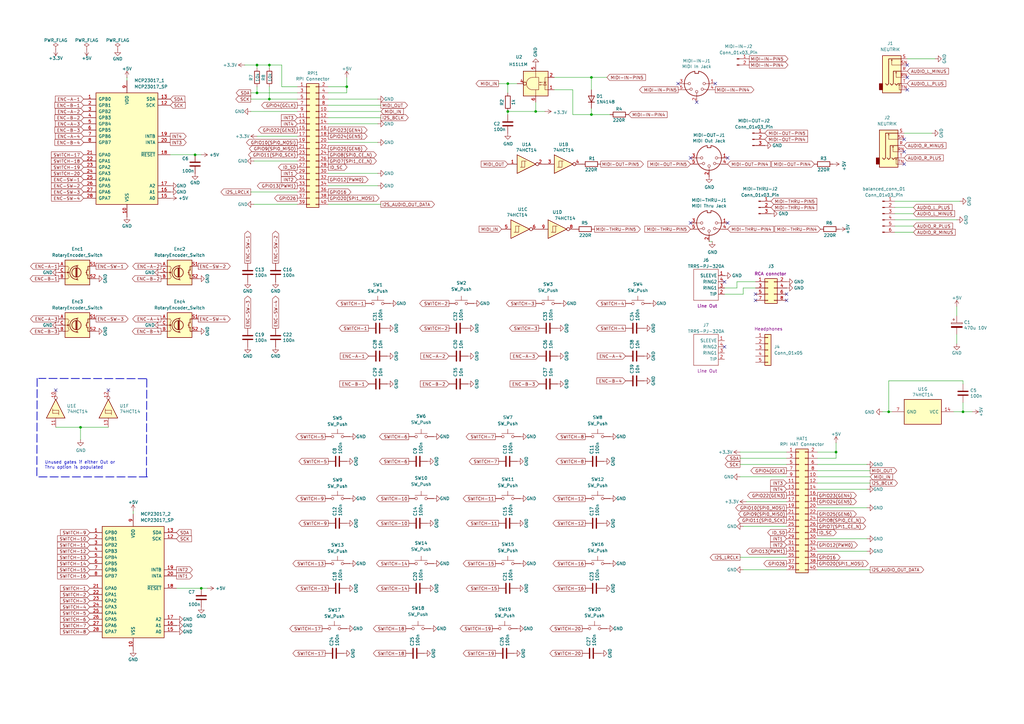
<source format=kicad_sch>
(kicad_sch (version 20250114) (generator "eeschema") (generator_version "9.0")
  (paper "A3")
  (title_block (title "zynthian mini - v2 with 20 buttons") (date "2024-03-24") (rev "2.1") (company "Stojos") (comment 1 "- zynthian all in one") (comment 2 "based on:"))
  (text "Unused gates if either Out or\nThru option is populated\n" (at 18.288 192.532 0) (effects (font (size 1.27 1.27)) (justify left bottom)))
  (junction (at 105.41 26.67))
  (junction (at 142.24 35.56))
  (junction (at 82.55 241.3))
  (junction (at 208.28 45.72))
  (junction (at 364.49 168.91))
  (junction (at 219.71 45.72))
  (junction (at 394.97 168.91))
  (junction (at 110.49 26.67))
  (junction (at 110.49 40.64))
  (junction (at 208.28 34.29))
  (junction (at 242.57 46.99))
  (junction (at 105.41 38.1))
  (junction (at 33.02 175.26))
  (junction (at 342.9 185.42))
  (junction (at 242.57 31.75))
  (junction (at 80.01 63.5))
  (no_connect (at 309.88 123.19))
  (no_connect (at 285.75 41.91))
  (no_connect (at 298.45 91.44))
  (no_connect (at 322.58 123.19))
  (no_connect (at 297.18 115.57))
  (no_connect (at 22.86 160.02))
  (no_connect (at 283.21 64.77))
  (no_connect (at 293.37 34.29))
  (no_connect (at 44.45 160.02))
  (no_connect (at 370.84 57.15))
  (no_connect (at 298.45 64.77))
  (no_connect (at 372.11 31.75))
  (no_connect (at 370.84 62.23))
  (no_connect (at 370.84 67.31))
  (no_connect (at 372.11 36.83))
  (no_connect (at 322.58 120.65))
  (no_connect (at 372.11 26.67))
  (no_connect (at 309.88 120.65))
  (no_connect (at 297.18 142.24))
  (no_connect (at 278.13 34.29))
  (no_connect (at 283.21 91.44))
  (wire (pts (xy 219.71 41.91) (xy 219.71 45.72)))
  (wire (pts (xy 304.8 120.65) (xy 297.18 120.65)))
  (wire (pts (xy 208.28 46.99) (xy 208.28 45.72)))
  (wire (pts (xy 335.28 233.68) (xy 356.87 233.68)))
  (wire (pts (xy 115.57 26.67) (xy 115.57 35.56)))
  (wire (pts (xy 367.03 87.63) (xy 374.65 87.63)))
  (wire (pts (xy 367.03 82.55) (xy 393.7 82.55)))
  (wire (pts (xy 82.55 63.5) (xy 80.01 63.5)))
  (wire (pts (xy 394.97 165.1) (xy 394.97 168.91)))
  (wire (pts (xy 392.43 125.73) (xy 392.43 129.54)))
  (wire (pts (xy 104.14 66.04) (xy 121.92 66.04)))
  (wire (pts (xy 134.62 83.82) (xy 156.21 83.82)))
  (wire (pts (xy 302.26 115.57) (xy 302.26 118.11)))
  (wire (pts (xy 303.53 195.58) (xy 322.58 195.58)))
  (wire (pts (xy 248.92 31.75) (xy 242.57 31.75)))
  (wire (pts (xy 234.95 36.83) (xy 234.95 46.99)))
  (wire (pts (xy 383.54 24.13) (xy 372.11 24.13)))
  (wire (pts (xy 309.88 115.57) (xy 302.26 115.57)))
  (wire (pts (xy 105.41 26.67) (xy 105.41 27.94)))
  (wire (pts (xy 102.87 40.64) (xy 110.49 40.64)))
  (wire (pts (xy 115.57 35.56) (xy 121.92 35.56)))
  (polyline (pts (xy 60.198 155.448) (xy 60.0617 195.4862)) (stroke (width 0.3048) (type dash)))
  (wire (pts (xy 134.62 50.8) (xy 154.94 50.8)))
  (wire (pts (xy 382.27 54.61) (xy 370.84 54.61)))
  (wire (pts (xy 110.49 35.56) (xy 110.49 40.64)))
  (wire (pts (xy 121.92 55.88) (xy 105.41 55.88)))
  (wire (pts (xy 304.8 118.11) (xy 304.8 120.65)))
  (wire (pts (xy 134.62 71.12) (xy 154.94 71.12)))
  (wire (pts (xy 102.87 45.72) (xy 121.92 45.72)))
  (wire (pts (xy 335.28 193.04) (xy 356.87 193.04)))
  (wire (pts (xy 52.07 33.02) (xy 52.07 31.75)))
  (wire (pts (xy 69.85 63.5) (xy 80.01 63.5)))
  (wire (pts (xy 134.62 58.42) (xy 154.94 58.42)))
  (wire (pts (xy 367.03 92.71) (xy 374.65 92.71)))
  (wire (pts (xy 105.41 26.67) (xy 100.33 26.67)))
  (wire (pts (xy 335.28 226.06) (xy 355.6 226.06)))
  (wire (pts (xy 304.8 233.68) (xy 322.58 233.68)))
  (wire (pts (xy 85.09 241.3) (xy 82.55 241.3)))
  (wire (pts (xy 33.02 175.26) (xy 33.02 180.34)))
  (wire (pts (xy 208.28 45.72) (xy 219.71 45.72)))
  (wire (pts (xy 102.87 38.1) (xy 105.41 38.1)))
  (wire (pts (xy 304.8 215.9) (xy 322.58 215.9)))
  (wire (pts (xy 110.49 40.64) (xy 121.92 40.64)))
  (wire (pts (xy 356.87 195.58) (xy 335.28 195.58)))
  (wire (pts (xy 115.57 26.67) (xy 110.49 26.67)))
  (wire (pts (xy 234.95 46.99) (xy 242.57 46.99)))
  (wire (pts (xy 335.28 187.96) (xy 342.9 187.96)))
  (wire (pts (xy 335.28 208.28) (xy 355.6 208.28)))
  (wire (pts (xy 104.14 83.82) (xy 121.92 83.82)))
  (wire (pts (xy 227.33 31.75) (xy 242.57 31.75)))
  (wire (pts (xy 142.24 35.56) (xy 142.24 38.1)))
  (wire (pts (xy 303.53 187.96) (xy 322.58 187.96)))
  (wire (pts (xy 208.28 34.29) (xy 212.09 34.29)))
  (polyline (pts (xy 60.452 195.58) (xy 15.113 195.58)) (stroke (width 0.3048) (type dash)))
  (wire (pts (xy 361.95 168.91) (xy 364.49 168.91)))
  (wire (pts (xy 227.33 36.83) (xy 234.95 36.83)))
  (wire (pts (xy 110.49 26.67) (xy 110.49 27.94)))
  (wire (pts (xy 391.16 168.91) (xy 394.97 168.91)))
  (wire (pts (xy 335.28 220.98) (xy 355.6 220.98)))
  (polyline (pts (xy 59.9973 155.3266) (xy 15.875 155.194)) (stroke (width 0.3048) (type dash)))
  (wire (pts (xy 367.03 95.25) (xy 374.65 95.25)))
  (wire (pts (xy 367.03 90.17) (xy 392.43 90.17)))
  (wire (pts (xy 134.62 35.56) (xy 142.24 35.56)))
  (wire (pts (xy 33.02 175.26) (xy 44.45 175.26)))
  (wire (pts (xy 303.53 185.42) (xy 322.58 185.42)))
  (wire (pts (xy 208.28 34.29) (xy 208.28 38.1)))
  (wire (pts (xy 22.86 175.26) (xy 33.02 175.26)))
  (wire (pts (xy 335.28 185.42) (xy 342.9 185.42)))
  (wire (pts (xy 110.49 26.67) (xy 105.41 26.67)))
  (wire (pts (xy 392.43 137.16) (xy 392.43 140.97)))
  (wire (pts (xy 309.88 118.11) (xy 304.8 118.11)))
  (wire (pts (xy 303.53 190.5) (xy 322.58 190.5)))
  (wire (pts (xy 367.03 85.09) (xy 374.65 85.09)))
  (wire (pts (xy 342.9 185.42) (xy 342.9 187.96)))
  (wire (pts (xy 156.21 45.72) (xy 134.62 45.72)))
  (wire (pts (xy 398.78 168.91) (xy 394.97 168.91)))
  (wire (pts (xy 105.41 38.1) (xy 121.92 38.1)))
  (wire (pts (xy 364.49 168.91) (xy 365.76 168.91)))
  (wire (pts (xy 219.71 45.72) (xy 223.52 45.72)))
  (polyline (pts (xy 15.24 155.194) (xy 15.1037 195.2322)) (stroke (width 0.3048) (type dash)))
  (wire (pts (xy 242.57 31.75) (xy 242.57 36.83)))
  (wire (pts (xy 242.57 46.99) (xy 250.19 46.99)))
  (wire (pts (xy 134.62 40.64) (xy 154.94 40.64)))
  (wire (pts (xy 364.49 156.21) (xy 394.97 156.21)))
  (wire (pts (xy 242.57 44.45) (xy 242.57 46.99)))
  (wire (pts (xy 364.49 156.21) (xy 364.49 168.91)))
  (wire (pts (xy 394.97 156.21) (xy 394.97 157.48)))
  (wire (pts (xy 105.41 35.56) (xy 105.41 38.1)))
  (wire (pts (xy 134.62 76.2) (xy 154.94 76.2)))
  (wire (pts (xy 335.28 190.5) (xy 355.6 190.5)))
  (wire (pts (xy 303.53 228.6) (xy 322.58 228.6)))
  (wire (pts (xy 134.62 38.1) (xy 142.24 38.1)))
  (wire (pts (xy 204.47 34.29) (xy 208.28 34.29)))
  (wire (pts (xy 302.26 118.11) (xy 297.18 118.11)))
  (wire (pts (xy 335.28 200.66) (xy 355.6 200.66)))
  (wire (pts (xy 322.58 205.74) (xy 306.07 205.74)))
  (wire (pts (xy 134.62 43.18) (xy 156.21 43.18)))
  (wire (pts (xy 54.61 210.82) (xy 54.61 209.55)))
  (wire (pts (xy 335.28 198.12) (xy 356.87 198.12)))
  (wire (pts (xy 102.87 78.74) (xy 121.92 78.74)))
  (wire (pts (xy 72.39 241.3) (xy 82.55 241.3)))
  (wire (pts (xy 290.83 99.06) (xy 292.1 99.06)))
  (wire (pts (xy 134.62 48.26) (xy 156.21 48.26)))
  (wire (pts (xy 342.9 181.61) (xy 342.9 185.42)))
  (wire (pts (xy 142.24 31.75) (xy 142.24 35.56)))
  (global_label "ENC-B-2" (shape output) (at 66.04 114.3 180) (property "Intersheetrefs" "${INTERSHEET_REFS}" (effects (hide yes))))
  (global_label "ENC-SW-1" (shape output) (at 39.37 109.22 0) (property "Intersheetrefs" "${INTERSHEET_REFS}" (effects (hide yes))))
  (global_label "SWITCH-14" (shape output) (at 167.64 231.14 180) (property "Intersheetrefs" "${INTERSHEET_REFS}" (effects (hide yes))))
  (global_label "MIDI-THRU-PIN4" (shape input) (at 316.23 85.09 0) (property "Intersheetrefs" "${INTERSHEET_REFS}" (effects (hide yes))))
  (global_label "INT3" (shape input) (at 322.58 198.12 180) (property "Intersheetrefs" "${INTERSHEET_REFS}" (effects (hide yes))))
  (global_label "ENC-SW-1" (shape output) (at 101.6 107.95 90) (property "Intersheetrefs" "${INTERSHEET_REFS}" (effects (hide yes))))
  (global_label "MIDI-IN-PIN5" (shape input) (at 248.92 31.75 0) (property "Intersheetrefs" "${INTERSHEET_REFS}" (effects (hide yes))))
  (global_label "MIDI-IN-PIN4" (shape output) (at 293.37 36.83 0) (property "Intersheetrefs" "${INTERSHEET_REFS}" (effects (hide yes))))
  (global_label "I2S_BCLK" (shape output) (at 156.21 48.26 0) (property "Intersheetrefs" "${INTERSHEET_REFS}" (effects (hide yes))))
  (global_label "GPIO16" (shape output) (at 335.28 228.6 0) (property "Intersheetrefs" "${INTERSHEET_REFS}" (effects (hide yes))))
  (global_label "ENC-SW-4" (shape output) (at 113.03 134.62 90) (property "Intersheetrefs" "${INTERSHEET_REFS}" (effects (hide yes))))
  (global_label "SWITCH-16" (shape output) (at 240.03 241.3 180) (property "Intersheetrefs" "${INTERSHEET_REFS}" (effects (hide yes))))
  (global_label "GPIO4(GCLK)" (shape output) (at 322.58 193.04 180) (property "Intersheetrefs" "${INTERSHEET_REFS}" (effects (hide yes))))
  (global_label "INT2" (shape output) (at 72.39 233.68 0) (property "Intersheetrefs" "${INTERSHEET_REFS}" (effects (hide yes))))
  (global_label "MIDI_OUT" (shape input) (at 208.28 67.31 180) (property "Intersheetrefs" "${INTERSHEET_REFS}" (effects (hide yes))))
  (global_label "SWITCH-3" (shape output) (at 220.98 134.62 180) (property "Intersheetrefs" "${INTERSHEET_REFS}" (effects (hide yes))))
  (global_label "ENC-SW-2" (shape output) (at 113.03 107.95 90) (property "Intersheetrefs" "${INTERSHEET_REFS}" (effects (hide yes))))
  (global_label "SWITCH-11" (shape output) (at 204.47 214.63 180) (property "Intersheetrefs" "${INTERSHEET_REFS}" (effects (hide yes))))
  (global_label "MIDI_IN" (shape input) (at 156.21 45.72 0) (property "Intersheetrefs" "${INTERSHEET_REFS}" (effects (hide yes))))
  (global_label "GPIO23(GEN4)" (shape output) (at 335.28 203.2 0) (property "Intersheetrefs" "${INTERSHEET_REFS}" (effects (hide yes))))
  (global_label "SWITCH-5" (shape output) (at 134.62 189.23 180) (property "Intersheetrefs" "${INTERSHEET_REFS}" (effects (hide yes))))
  (global_label "GPIO24(GEN5)" (shape output) (at 134.62 55.88 0) (property "Intersheetrefs" "${INTERSHEET_REFS}" (effects (hide yes))))
  (global_label "SWITCH-18" (shape output) (at 166.37 257.81 180) (property "Intersheetrefs" "${INTERSHEET_REFS}" (effects (hide yes))))
  (global_label "GPIO11(SPI0_SCK)" (shape output) (at 322.58 213.36 180) (property "Intersheetrefs" "${INTERSHEET_REFS}" (effects (hide yes))))
  (global_label "MIDI-IN-PIN5" (shape output) (at 307.34 24.13 0) (property "Intersheetrefs" "${INTERSHEET_REFS}" (effects (hide yes))))
  (global_label "ENC-A-4" (shape output) (at 66.04 130.81 180) (property "Intersheetrefs" "${INTERSHEET_REFS}" (effects (hide yes))))
  (global_label "SWITCH-12" (shape output) (at 240.03 204.47 180) (property "Intersheetrefs" "${INTERSHEET_REFS}" (effects (hide yes))))
  (global_label "AUDIO_L_PLUS" (shape input) (at 374.65 85.09 0) (property "Intersheetrefs" "${INTERSHEET_REFS}" (effects (hide yes))))
  (global_label "ENC-A-4" (shape input) (at 34.29 55.88 180) (property "Intersheetrefs" "${INTERSHEET_REFS}" (effects (hide yes))))
  (global_label "SWITCH-14" (shape input) (at 36.83 231.14 180) (property "Intersheetrefs" "${INTERSHEET_REFS}" (effects (hide yes))))
  (global_label "MIDI_IN" (shape output) (at 204.47 34.29 180) (property "Intersheetrefs" "${INTERSHEET_REFS}" (effects (hide yes))))
  (global_label "SWITCH-13" (shape output) (at 134.62 241.3 180) (property "Intersheetrefs" "${INTERSHEET_REFS}" (effects (hide yes))))
  (global_label "SCK" (shape output) (at 303.53 190.5 180) (property "Intersheetrefs" "${INTERSHEET_REFS}" (effects (hide yes))))
  (global_label "SDA" (shape output) (at 102.87 38.1 180) (property "Intersheetrefs" "${INTERSHEET_REFS}" (effects (hide yes))))
  (global_label "SWITCH-11" (shape output) (at 203.2 204.47 180) (property "Intersheetrefs" "${INTERSHEET_REFS}" (effects (hide yes))))
  (global_label "GPIO23(GEN4)" (shape output) (at 134.62 53.34 0) (property "Intersheetrefs" "${INTERSHEET_REFS}" (effects (hide yes))))
  (global_label "MIDI_IN" (shape input) (at 205.74 93.98 180) (property "Intersheetrefs" "${INTERSHEET_REFS}" (effects (hide yes))))
  (global_label "SWITCH-7" (shape output) (at 204.47 189.23 180) (property "Intersheetrefs" "${INTERSHEET_REFS}" (effects (hide yes))))
  (global_label "MIDI-OUT-PIN4" (shape input) (at 334.01 67.31 180) (property "Intersheetrefs" "${INTERSHEET_REFS}" (effects (hide yes))))
  (global_label "MIDI-OUT-PIN5" (shape output) (at 246.38 67.31 0) (property "Intersheetrefs" "${INTERSHEET_REFS}" (effects (hide yes))))
  (global_label "GPIO10(SPI0_MOSI)" (shape output) (at 121.92 58.42 180) (property "Intersheetrefs" "${INTERSHEET_REFS}" (effects (hide yes))))
  (global_label "ID_SD" (shape output) (at 121.92 68.58 180) (property "Intersheetrefs" "${INTERSHEET_REFS}" (effects (hide yes))))
  (global_label "GPIO7(SPI1_CE_N)" (shape output) (at 335.28 215.9 0) (property "Intersheetrefs" "${INTERSHEET_REFS}" (effects (hide yes))))
  (global_label "SWITCH-9" (shape output) (at 134.62 214.63 180) (property "Intersheetrefs" "${INTERSHEET_REFS}" (effects (hide yes))))
  (global_label "SWITCH-14" (shape output) (at 167.64 241.3 180) (property "Intersheetrefs" "${INTERSHEET_REFS}" (effects (hide yes))))
  (global_label "SCK" (shape input) (at 72.39 220.98 0) (property "Intersheetrefs" "${INTERSHEET_REFS}" (effects (hide yes))))
  (global_label "SWITCH-10" (shape output) (at 167.64 204.47 180) (property "Intersheetrefs" "${INTERSHEET_REFS}" (effects (hide yes))))
  (global_label "SWITCH-4" (shape output) (at 256.54 124.46 180) (property "Intersheetrefs" "${INTERSHEET_REFS}" (effects (hide yes))))
  (global_label "SWITCH-19" (shape output) (at 201.93 257.81 180) (property "Intersheetrefs" "${INTERSHEET_REFS}" (effects (hide yes))))
  (global_label "ID_SC" (shape output) (at 134.62 68.58 0) (property "Intersheetrefs" "${INTERSHEET_REFS}" (effects (hide yes))))
  (global_label "SWITCH-5" (shape input) (at 36.83 251.46 180) (property "Intersheetrefs" "${INTERSHEET_REFS}" (effects (hide yes))))
  (global_label "ENC-B-4" (shape input) (at 256.54 156.21 180) (property "Intersheetrefs" "${INTERSHEET_REFS}" (effects (hide yes))))
  (global_label "SWITCH-13" (shape input) (at 36.83 228.6 180) (property "Intersheetrefs" "${INTERSHEET_REFS}" (effects (hide yes))))
  (global_label "SWITCH-8" (shape output) (at 240.03 189.23 180) (property "Intersheetrefs" "${INTERSHEET_REFS}" (effects (hide yes))))
  (global_label "SWITCH-8" (shape input) (at 36.83 259.08 180) (property "Intersheetrefs" "${INTERSHEET_REFS}" (effects (hide yes))))
  (global_label "GPIO9(SPI0_MISO)" (shape output) (at 322.58 210.82 180) (property "Intersheetrefs" "${INTERSHEET_REFS}" (effects (hide yes))))
  (global_label "SWITCH-17" (shape input) (at 34.29 63.5 180) (property "Intersheetrefs" "${INTERSHEET_REFS}" (effects (hide yes))))
  (global_label "ENC-SW-2" (shape input) (at 34.29 76.2 180) (property "Intersheetrefs" "${INTERSHEET_REFS}" (effects (hide yes))))
  (global_label "GPIO24(GEN5)" (shape output) (at 335.28 205.74 0) (property "Intersheetrefs" "${INTERSHEET_REFS}" (effects (hide yes))))
  (global_label "AUDIO_R_MINUS" (shape input) (at 370.84 59.69 0) (property "Intersheetrefs" "${INTERSHEET_REFS}" (effects (hide yes))))
  (global_label "ENC-B-2" (shape input) (at 184.15 157.48 180) (property "Intersheetrefs" "${INTERSHEET_REFS}" (effects (hide yes))))
  (global_label "I2S_BCLK" (shape output) (at 356.87 198.12 0) (property "Intersheetrefs" "${INTERSHEET_REFS}" (effects (hide yes))))
  (global_label "AUDIO_R_PLUS" (shape input) (at 370.84 64.77 0) (property "Intersheetrefs" "${INTERSHEET_REFS}" (effects (hide yes))))
  (global_label "MIDI-THRU-PIN5" (shape output) (at 243.84 93.98 0) (property "Intersheetrefs" "${INTERSHEET_REFS}" (effects (hide yes))))
  (global_label "SWITCH-6" (shape output) (at 167.64 179.07 180) (property "Intersheetrefs" "${INTERSHEET_REFS}" (effects (hide yes))))
  (global_label "SWITCH-2" (shape output) (at 184.15 124.46 180) (property "Intersheetrefs" "${INTERSHEET_REFS}" (effects (hide yes))))
  (global_label "ENC-SW-1" (shape input) (at 34.29 73.66 180) (property "Intersheetrefs" "${INTERSHEET_REFS}" (effects (hide yes))))
  (global_label "GPIO12(PWM0)" (shape output) (at 134.62 73.66 0) (property "Intersheetrefs" "${INTERSHEET_REFS}" (effects (hide yes))))
  (global_label "GPIO7(SPI1_CE_N)" (shape output) (at 134.62 66.04 0) (property "Intersheetrefs" "${INTERSHEET_REFS}" (effects (hide yes))))
  (global_label "GPIO26" (shape output) (at 121.92 81.28 180) (property "Intersheetrefs" "${INTERSHEET_REFS}" (effects (hide yes))))
  (global_label "SWITCH-7" (shape output) (at 203.2 179.07 180) (property "Intersheetrefs" "${INTERSHEET_REFS}" (effects (hide yes))))
  (global_label "INT1" (shape input) (at 121.92 71.12 180) (property "Intersheetrefs" "${INTERSHEET_REFS}" (effects (hide yes))))
  (global_label "ENC-B-2" (shape input) (at 34.29 48.26 180) (property "Intersheetrefs" "${INTERSHEET_REFS}" (effects (hide yes))))
  (global_label "GPIO4(GCLK)" (shape output) (at 121.92 43.18 180) (property "Intersheetrefs" "${INTERSHEET_REFS}" (effects (hide yes))))
  (global_label "SWITCH-6" (shape output) (at 167.64 189.23 180) (property "Intersheetrefs" "${INTERSHEET_REFS}" (effects (hide yes))))
  (global_label "SWITCH-15" (shape input) (at 36.83 233.68 180) (property "Intersheetrefs" "${INTERSHEET_REFS}" (effects (hide yes))))
  (global_label "ENC-A-3" (shape output) (at 24.13 130.81 180) (property "Intersheetrefs" "${INTERSHEET_REFS}" (effects (hide yes))))
  (global_label "SWITCH-1" (shape output) (at 151.13 134.62 180) (property "Intersheetrefs" "${INTERSHEET_REFS}" (effects (hide yes))))
  (global_label "MIDI-OUT-PIN5" (shape input) (at 283.21 67.31 180) (property "Intersheetrefs" "${INTERSHEET_REFS}" (effects (hide yes))))
  (global_label "MIDI-OUT-PIN5" (shape input) (at 313.69 54.61 0) (property "Intersheetrefs" "${INTERSHEET_REFS}" (effects (hide yes))))
  (global_label "SCK" (shape output) (at 102.87 40.64 180) (property "Intersheetrefs" "${INTERSHEET_REFS}" (effects (hide yes))))
  (global_label "ID_SD" (shape output) (at 322.58 218.44 180) (property "Intersheetrefs" "${INTERSHEET_REFS}" (effects (hide yes))))
  (global_label "ENC-B-3" (shape output) (at 24.13 135.89 180) (property "Intersheetrefs" "${INTERSHEET_REFS}" (effects (hide yes))))
  (global_label "GPIO25(GEN6)" (shape output) (at 134.62 60.96 0) (property "Intersheetrefs" "${INTERSHEET_REFS}" (effects (hide yes))))
  (global_label "MIDI-IN-PIN5" (shape output) (at 278.13 36.83 180) (property "Intersheetrefs" "${INTERSHEET_REFS}" (effects (hide yes))))
  (global_label "MIDI-OUT-PIN4" (shape input) (at 313.69 57.15 0) (property "Intersheetrefs" "${INTERSHEET_REFS}" (effects (hide yes))))
  (global_label "ENC-A-1" (shape input) (at 34.29 40.64 180) (property "Intersheetrefs" "${INTERSHEET_REFS}" (effects (hide yes))))
  (global_label "INT2" (shape input) (at 121.92 73.66 180) (property "Intersheetrefs" "${INTERSHEET_REFS}" (effects (hide yes))))
  (global_label "SWITCH-20" (shape output) (at 238.76 267.97 180) (property "Intersheetrefs" "${INTERSHEET_REFS}" (effects (hide yes))))
  (global_label "SWITCH-16" (shape output) (at 240.03 231.14 180) (property "Intersheetrefs" "${INTERSHEET_REFS}" (effects (hide yes))))
  (global_label "SWITCH-1" (shape output) (at 149.86 124.46 180) (property "Intersheetrefs" "${INTERSHEET_REFS}" (effects (hide yes))))
  (global_label "SWITCH-2" (shape input) (at 36.83 243.84 180) (property "Intersheetrefs" "${INTERSHEET_REFS}" (effects (hide yes))))
  (global_label "ENC-B-3" (shape input) (at 220.98 157.48 180) (property "Intersheetrefs" "${INTERSHEET_REFS}" (effects (hide yes))))
  (global_label "SWITCH-12" (shape input) (at 36.83 226.06 180) (property "Intersheetrefs" "${INTERSHEET_REFS}" (effects (hide yes))))
  (global_label "SWITCH-10" (shape output) (at 167.64 214.63 180) (property "Intersheetrefs" "${INTERSHEET_REFS}" (effects (hide yes))))
  (global_label "MIDI_IN" (shape input) (at 356.87 195.58 0) (property "Intersheetrefs" "${INTERSHEET_REFS}" (effects (hide yes))))
  (global_label "INT1" (shape input) (at 322.58 220.98 180) (property "Intersheetrefs" "${INTERSHEET_REFS}" (effects (hide yes))))
  (global_label "SWITCH-10" (shape input) (at 36.83 220.98 180) (property "Intersheetrefs" "${INTERSHEET_REFS}" (effects (hide yes))))
  (global_label "MIDI-THRU-PIN4" (shape input) (at 298.45 93.98 0) (property "Intersheetrefs" "${INTERSHEET_REFS}" (effects (hide yes))))
  (global_label "GPIO9(SPI0_MISO)" (shape output) (at 121.92 60.96 180) (property "Intersheetrefs" "${INTERSHEET_REFS}" (effects (hide yes))))
  (global_label "INT2" (shape input) (at 322.58 223.52 180) (property "Intersheetrefs" "${INTERSHEET_REFS}" (effects (hide yes))))
  (global_label "AUDIO_R_PLUS" (shape input) (at 374.65 92.71 0) (property "Intersheetrefs" "${INTERSHEET_REFS}" (effects (hide yes))))
  (global_label "SDA" (shape output) (at 303.53 187.96 180) (property "Intersheetrefs" "${INTERSHEET_REFS}" (effects (hide yes))))
  (global_label "SWITCH-12" (shape output) (at 240.03 214.63 180) (property "Intersheetrefs" "${INTERSHEET_REFS}" (effects (hide yes))))
  (global_label "SWITCH-4" (shape output) (at 256.54 134.62 180) (property "Intersheetrefs" "${INTERSHEET_REFS}" (effects (hide yes))))
  (global_label "SWITCH-6" (shape input) (at 36.83 254 180) (property "Intersheetrefs" "${INTERSHEET_REFS}" (effects (hide yes))))
  (global_label "SWITCH-16" (shape input) (at 36.83 236.22 180) (property "Intersheetrefs" "${INTERSHEET_REFS}" (effects (hide yes))))
  (global_label "ENC-B-3" (shape input) (at 34.29 53.34 180) (property "Intersheetrefs" "${INTERSHEET_REFS}" (effects (hide yes))))
  (global_label "SWITCH-3" (shape input) (at 36.83 246.38 180) (property "Intersheetrefs" "${INTERSHEET_REFS}" (effects (hide yes))))
  (global_label "SWITCH-18" (shape output) (at 166.37 267.97 180) (property "Intersheetrefs" "${INTERSHEET_REFS}" (effects (hide yes))))
  (global_label "GPIO8(SPI0_CE_N)" (shape output) (at 134.62 63.5 0) (property "Intersheetrefs" "${INTERSHEET_REFS}" (effects (hide yes))))
  (global_label "SCK" (shape input) (at 69.85 43.18 0) (property "Intersheetrefs" "${INTERSHEET_REFS}" (effects (hide yes))))
  (global_label "SWITCH-9" (shape output) (at 133.35 204.47 180) (property "Intersheetrefs" "${INTERSHEET_REFS}" (effects (hide yes))))
  (global_label "ENC-SW-4" (shape input) (at 34.29 81.28 180) (property "Intersheetrefs" "${INTERSHEET_REFS}" (effects (hide yes))))
  (global_label "GPIO22(GEN3)" (shape output) (at 121.92 53.34 180) (property "Intersheetrefs" "${INTERSHEET_REFS}" (effects (hide yes))))
  (global_label "I2S_AUDIO_OUT_DATA" (shape output) (at 356.87 233.68 0) (property "Intersheetrefs" "${INTERSHEET_REFS}" (effects (hide yes))))
  (global_label "GPIO13(PWM1)" (shape output) (at 322.58 226.06 180) (property "Intersheetrefs" "${INTERSHEET_REFS}" (effects (hide yes))))
  (global_label "AUDIO_L_MINUS" (shape input) (at 372.11 29.21 0) (property "Intersheetrefs" "${INTERSHEET_REFS}" (effects (hide yes))))
  (global_label "INT3" (shape input) (at 121.92 48.26 180) (property "Intersheetrefs" "${INTERSHEET_REFS}" (effects (hide yes))))
  (global_label "I2S_AUDIO_OUT_DATA" (shape output) (at 156.21 83.82 0) (property "Intersheetrefs" "${INTERSHEET_REFS}" (effects (hide yes))))
  (global_label "INT4" (shape input) (at 322.58 200.66 180) (property "Intersheetrefs" "${INTERSHEET_REFS}" (effects (hide yes))))
  (global_label "ENC-A-4" (shape input) (at 256.54 146.05 180) (property "Intersheetrefs" "${INTERSHEET_REFS}" (effects (hide yes))))
  (global_label "SWITCH-3" (shape output) (at 219.71 124.46 180) (property "Intersheetrefs" "${INTERSHEET_REFS}" (effects (hide yes))))
  (global_label "GPIO11(SPI0_SCK)" (shape output) (at 121.92 63.5 180) (property "Intersheetrefs" "${INTERSHEET_REFS}" (effects (hide yes))))
  (global_label "ENC-A-2" (shape input) (at 184.15 146.05 180) (property "Intersheetrefs" "${INTERSHEET_REFS}" (effects (hide yes))))
  (global_label "SWITCH-19" (shape output) (at 203.2 267.97 180) (property "Intersheetrefs" "${INTERSHEET_REFS}" (effects (hide yes))))
  (global_label "SWITCH-15" (shape output) (at 204.47 241.3 180) (property "Intersheetrefs" "${INTERSHEET_REFS}" (effects (hide yes))))
  (global_label "ENC-A-2" (shape output) (at 66.04 109.22 180) (property "Intersheetrefs" "${INTERSHEET_REFS}" (effects (hide yes))))
  (global_label "INT4" (shape input) (at 121.92 50.8 180) (property "Intersheetrefs" "${INTERSHEET_REFS}" (effects (hide yes))))
  (global_label "SWITCH-1" (shape input) (at 36.83 241.3 180) (property "Intersheetrefs" "${INTERSHEET_REFS}" (effects (hide yes))))
  (global_label "SWITCH-4" (shape input) (at 36.83 248.92 180) (property "Intersheetrefs" "${INTERSHEET_REFS}" (effects (hide yes))))
  (global_label "GPIO12(PWM0)" (shape output) (at 335.28 223.52 0) (property "Intersheetrefs" "${INTERSHEET_REFS}" (effects (hide yes))))
  (global_label "SWITCH-19" (shape input) (at 34.29 68.58 180) (property "Intersheetrefs" "${INTERSHEET_REFS}" (effects (hide yes))))
  (global_label "ENC-A-3" (shape input) (at 220.98 146.05 180) (property "Intersheetrefs" "${INTERSHEET_REFS}" (effects (hide yes))))
  (global_label "MIDI_OUT" (shape output) (at 156.21 43.18 0) (property "Intersheetrefs" "${INTERSHEET_REFS}" (effects (hide yes))))
  (global_label "MIDI-OUT-PIN4" (shape input) (at 298.45 67.31 0) (property "Intersheetrefs" "${INTERSHEET_REFS}" (effects (hide yes))))
  (global_label "SWITCH-13" (shape output) (at 133.35 231.14 180) (property "Intersheetrefs" "${INTERSHEET_REFS}" (effects (hide yes))))
  (global_label "MIDI-IN-PIN4" (shape input) (at 257.81 46.99 0) (property "Intersheetrefs" "${INTERSHEET_REFS}" (effects (hide yes))))
  (global_label "SWITCH-5" (shape output) (at 133.35 179.07 180) (property "Intersheetrefs" "${INTERSHEET_REFS}" (effects (hide yes))))
  (global_label "ENC-A-1" (shape input) (at 151.13 146.05 180) (property "Intersheetrefs" "${INTERSHEET_REFS}" (effects (hide yes))))
  (global_label "GPIO10(SPI0_MOSI)" (shape output) (at 322.58 208.28 180) (property "Intersheetrefs" "${INTERSHEET_REFS}" (effects (hide yes))))
  (global_label "ID_SC" (shape output) (at 335.28 218.44 0) (property "Intersheetrefs" "${INTERSHEET_REFS}" (effects (hide yes))))
  (global_label "SWITCH-20" (shape output) (at 238.76 257.81 180) (property "Intersheetrefs" "${INTERSHEET_REFS}" (effects (hide yes))))
  (global_label "AUDIO_L_MINUS" (shape input) (at 374.65 87.63 0) (property "Intersheetrefs" "${INTERSHEET_REFS}" (effects (hide yes))))
  (global_label "SDA" (shape input) (at 72.39 218.44 0) (property "Intersheetrefs" "${INTERSHEET_REFS}" (effects (hide yes))))
  (global_label "ENC-SW-4" (shape output) (at 81.28 130.81 0) (property "Intersheetrefs" "${INTERSHEET_REFS}" (effects (hide yes))))
  (global_label "ENC-SW-3" (shape output) (at 39.37 130.81 0) (property "Intersheetrefs" "${INTERSHEET_REFS}" (effects (hide yes))))
  (global_label "ENC-B-1" (shape input) (at 34.29 43.18 180) (property "Intersheetrefs" "${INTERSHEET_REFS}" (effects (hide yes))))
  (global_label "SWITCH-17" (shape output) (at 133.35 267.97 180) (property "Intersheetrefs" "${INTERSHEET_REFS}" (effects (hide yes))))
  (global_label "MIDI-IN-PIN4" (shape output) (at 307.34 26.67 0) (property "Intersheetrefs" "${INTERSHEET_REFS}" (effects (hide yes))))
  (global_label "SWITCH-8" (shape output) (at 240.03 179.07 180) (property "Intersheetrefs" "${INTERSHEET_REFS}" (effects (hide yes))))
  (global_label "ENC-SW-3" (shape input) (at 34.29 78.74 180) (property "Intersheetrefs" "${INTERSHEET_REFS}" (effects (hide yes))))
  (global_label "GPIO25(GEN6)" (shape output) (at 335.28 210.82 0) (property "Intersheetrefs" "${INTERSHEET_REFS}" (effects (hide yes))))
  (global_label "INT1" (shape output) (at 72.39 236.22 0) (property "Intersheetrefs" "${INTERSHEET_REFS}" (effects (hide yes))))
  (global_label "ENC-A-3" (shape input) (at 34.29 50.8 180) (property "Intersheetrefs" "${INTERSHEET_REFS}" (effects (hide yes))))
  (global_label "GPIO16" (shape output) (at 134.62 78.74 0) (property "Intersheetrefs" "${INTERSHEET_REFS}" (effects (hide yes))))
  (global_label "ENC-B-1" (shape input) (at 151.13 157.48 180) (property "Intersheetrefs" "${INTERSHEET_REFS}" (effects (hide yes))))
  (global_label "GPIO8(SPI0_CE_N)" (shape output) (at 335.28 213.36 0) (property "Intersheetrefs" "${INTERSHEET_REFS}" (effects (hide yes))))
  (global_label "ENC-A-2" (shape input) (at 34.29 45.72 180) (property "Intersheetrefs" "${INTERSHEET_REFS}" (effects (hide yes))))
  (global_label "SWITCH-17" (shape output) (at 132.08 257.81 180) (property "Intersheetrefs" "${INTERSHEET_REFS}" (effects (hide yes))))
  (global_label "ENC-B-4" (shape output) (at 66.04 135.89 180) (property "Intersheetrefs" "${INTERSHEET_REFS}" (effects (hide yes))))
  (global_label "ENC-B-1" (shape output) (at 24.13 114.3 180) (property "Intersheetrefs" "${INTERSHEET_REFS}" (effects (hide yes))))
  (global_label "MIDI_OUT" (shape output) (at 356.87 193.04 0) (property "Intersheetrefs" "${INTERSHEET_REFS}" (effects (hide yes))))
  (global_label "SWITCH-9" (shape input) (at 36.83 218.44 180) (property "Intersheetrefs" "${INTERSHEET_REFS}" (effects (hide yes))))
  (global_label "SWITCH-2" (shape output) (at 184.15 134.62 180) (property "Intersheetrefs" "${INTERSHEET_REFS}" (effects (hide yes))))
  (global_label "I2S_LRCLK" (shape output) (at 102.87 78.74 180) (property "Intersheetrefs" "${INTERSHEET_REFS}" (effects (hide yes))))
  (global_label "SWITCH-18" (shape input) (at 34.29 66.04 180) (property "Intersheetrefs" "${INTERSHEET_REFS}" (effects (hide yes))))
  (global_label "GPIO20(SPI1_MOSI)" (shape output) (at 134.62 81.28 0) (property "Intersheetrefs" "${INTERSHEET_REFS}" (effects (hide yes))))
  (global_label "AUDIO_R_MINUS" (shape input) (at 374.65 95.25 0) (property "Intersheetrefs" "${INTERSHEET_REFS}" (effects (hide yes))))
  (global_label "I2S_LRCLK" (shape output) (at 303.53 228.6 180) (property "Intersheetrefs" "${INTERSHEET_REFS}" (effects (hide yes))))
  (global_label "GPIO13(PWM1)" (shape output) (at 121.92 76.2 180) (property "Intersheetrefs" "${INTERSHEET_REFS}" (effects (hide yes))))
  (global_label "MIDI-THRU-PIN4" (shape input) (at 336.55 93.98 180) (property "Intersheetrefs" "${INTERSHEET_REFS}" (effects (hide yes))))
  (global_label "SWITCH-11" (shape input) (at 36.83 223.52 180) (property "Intersheetrefs" "${INTERSHEET_REFS}" (effects (hide yes))))
  (global_label "MIDI-THRU-PIN5" (shape input) (at 283.21 93.98 180) (property "Intersheetrefs" "${INTERSHEET_REFS}" (effects (hide yes))))
  (global_label "ENC-SW-3" (shape output) (at 101.6 134.62 90) (property "Intersheetrefs" "${INTERSHEET_REFS}" (effects (hide yes))))
  (global_label "MIDI-THRU-PIN5" (shape input) (at 316.23 82.55 0) (property "Intersheetrefs" "${INTERSHEET_REFS}" (effects (hide yes))))
  (global_label "GPIO26" (shape output) (at 322.58 231.14 180) (property "Intersheetrefs" "${INTERSHEET_REFS}" (effects (hide yes))))
  (global_label "SDA" (shape input) (at 69.85 40.64 0) (property "Intersheetrefs" "${INTERSHEET_REFS}" (effects (hide yes))))
  (global_label "INT4" (shape output) (at 69.85 55.88 0) (property "Intersheetrefs" "${INTERSHEET_REFS}" (effects (hide yes))))
  (global_label "GPIO22(GEN3)" (shape output) (at 322.58 203.2 180) (property "Intersheetrefs" "${INTERSHEET_REFS}" (effects (hide yes))))
  (global_label "SWITCH-20" (shape input) (at 34.29 71.12 180) (property "Intersheetrefs" "${INTERSHEET_REFS}" (effects (hide yes))))
  (global_label "ENC-SW-2" (shape output) (at 81.28 109.22 0) (property "Intersheetrefs" "${INTERSHEET_REFS}" (effects (hide yes))))
  (global_label "INT3" (shape output) (at 69.85 58.42 0) (property "Intersheetrefs" "${INTERSHEET_REFS}" (effects (hide yes))))
  (global_label "AUDIO_L_PLUS" (shape input) (at 372.11 34.29 0) (property "Intersheetrefs" "${INTERSHEET_REFS}" (effects (hide yes))))
  (global_label "SWITCH-15" (shape output) (at 203.2 231.14 180) (property "Intersheetrefs" "${INTERSHEET_REFS}" (effects (hide yes))))
  (global_label "SWITCH-7" (shape input) (at 36.83 256.54 180) (property "Intersheetrefs" "${INTERSHEET_REFS}" (effects (hide yes))))
  (global_label "ENC-B-4" (shape input) (at 34.29 58.42 180) (property "Intersheetrefs" "${INTERSHEET_REFS}" (effects (hide yes))))
  (global_label "GPIO20(SPI1_MOSI)" (shape output) (at 335.28 231.14 0) (property "Intersheetrefs" "${INTERSHEET_REFS}" (effects (hide yes))))
  (global_label "ENC-A-1" (shape output) (at 24.13 109.22 180) (property "Intersheetrefs" "${INTERSHEET_REFS}" (effects (hide yes))))
  (symbol (lib_id "power:+5V") (at 142.24 31.75 0) (unit 1)
    (property "Reference" "#PWR010" (effects (hide yes)))
    (property "Value" "+5V" (at 142.24 28.194 0))
    (property "Description" "Power symbol creates a global label with name \"+5V\"" (effects (hide yes)))
  )
  (symbol (lib_id "power:+3.3V") (at 100.33 26.67 90) (unit 1)
    (property "Reference" "#PWR06" (effects (hide yes)))
    (property "Value" "+3.3V" (at 94.3548 26.6851 90))
    (property "Description" "Power symbol creates a global label with name \"+3.3V\"" (effects (hide yes)))
  )
  (symbol (lib_id "Connector_Generic:Conn_02x20_Odd_Even") (at 127 58.42 0) (unit 1)
    (property "Reference" "RPi1" (at 128.27 30.0482 0))
    (property "Value" "RPI Connector" (at 128.27 32.3596 0))
    (property "Footprint" "project-footprints:raspberry pi 4 HAT" (effects (hide yes)))
    (property "Description" "Generic connector, double row, 02x20, odd/even pin numbering scheme (row 1 odd numbers, row 2 even numbers), script generated (kicad-library-utils/schlib/autogen/connector/)" (effects (hide yes)))
  )
  (symbol (lib_id "Connector:DIN-5_180degree") (at 285.75 34.29 180) (unit 1)
    (property "Reference" "MIDI-IN-J1" (at 285.75 24.9682 0))
    (property "Value" "MIDI In Jack" (at 285.75 27.2796 0))
    (property "Footprint" "project-footprints:MultiDIN5" (effects (hide yes)))
    (property "Datasheet" "http://www.mouser.com/ds/2/18/40_c091_abd_e-75918.pdf" (effects (hide yes)))
    (property "Description" "5-pin DIN connector (5-pin DIN-5 stereo)" (effects (hide yes)))
  )
  (symbol (lib_id "Device:D") (at 242.57 40.64 90) (unit 1)
    (property "Reference" "D1" (at 244.602 39.4716 90) (effects (justify right)))
    (property "Value" "1N4148" (at 244.602 41.783 90) (effects (justify right)))
    (property "Footprint" "Diode_THT:D_DO-35_SOD27_P7.62mm_Horizontal" (effects (hide yes)))
    (property "Description" "Diode" (effects (hide yes)))
    (property "Sim.Device" "D" (effects (hide yes)))
    (property "Sim.Pins" "1=K 2=A" (effects (hide yes)))
  )
  (symbol (lib_id "Device:R") (at 254 46.99 270) (unit 1)
    (property "Reference" "R4" (at 253.873 44.704 90))
    (property "Value" "220R" (at 253.873 49.276 90))
    (property "Footprint" "Resistor_THT:R_Axial_DIN0207_L6.3mm_D2.5mm_P7.62mm_Horizontal" (effects (hide yes)))
    (property "Description" "Resistor" (effects (hide yes)))
  )
  (symbol (lib_id "Isolator:H11L1") (at 219.71 34.29 180) (unit 1)
    (property "Reference" "U2" (at 212.852 23.368 0))
    (property "Value" "H11L1M" (at 212.598 26.416 0))
    (property "Footprint" "Package_DIP:DIP-6_W7.62mm" (effects (hide yes)))
    (property "Datasheet" "https://www.onsemi.com/pub/Collateral/H11L3M-D.PDF" (effects (hide yes)))
    (property "Description" "Schmitt Trigger Output Optocoupler, High Speed, DIP-6, 1.6mA turn on threshold" (effects (hide yes)))
  )
  (symbol (lib_id "Device:R") (at 208.28 41.91 180) (unit 1)
    (property "Reference" "R2" (at 205.867 41.9929 90))
    (property "Value" "1k" (at 210.566 41.91 90))
    (property "Footprint" "Resistor_THT:R_Axial_DIN0207_L6.3mm_D2.5mm_P7.62mm_Horizontal" (effects (hide yes)))
    (property "Description" "Resistor" (effects (hide yes)))
  )
  (symbol (lib_id "Device:C") (at 208.28 50.8 0) (unit 1)
    (property "Reference" "C2" (at 202.438 50.7746 0) (effects (justify left)))
    (property "Value" "100n" (at 202.438 53.086 0) (effects (justify left)))
    (property "Footprint" "project-footprints:C_Rect_L7.0mm_W2.0mm_P5.00mm" (effects (hide yes)))
    (property "Description" "Unpolarized capacitor" (effects (hide yes)))
  )
  (symbol (lib_id "power:GND") (at 219.71 26.67 180) (unit 1)
    (property "Reference" "#PWR017" (effects (hide yes)))
    (property "Value" "GND" (at 219.583 23.4188 90) (effects (justify right)))
    (property "Description" "Power symbol creates a global label with name \"GND\" , ground" (effects (hide yes)))
  )
  (symbol (lib_id "power:+3.3V") (at 223.52 45.72 270) (unit 1)
    (property "Reference" "#PWR020" (effects (hide yes)))
    (property "Value" "+3.3V" (at 226.7712 46.101 90) (effects (justify left)))
    (property "Description" "Power symbol creates a global label with name \"+3.3V\"" (effects (hide yes)))
  )
  (symbol (lib_id "power:GND") (at 208.28 54.61 0) (unit 1)
    (property "Reference" "#PWR019" (effects (hide yes)))
    (property "Value" "GND" (at 208.407 59.0042 0))
    (property "Description" "Power symbol creates a global label with name \"GND\" , ground" (effects (hide yes)))
  )
  (symbol (lib_id "Device:C_Polarized") (at 392.43 133.35 0) (unit 1)
    (property "Reference" "C1" (at 395.351 132.1816 0) (effects (justify left)))
    (property "Value" "470u 10V" (at 395.351 134.493 0) (effects (justify left)))
    (property "Footprint" "Capacitor_THT:CP_Radial_D8.0mm_P3.50mm" (effects (hide yes)))
    (property "Description" "Polarized capacitor" (effects (hide yes)))
  )
  (symbol (lib_id "power:+5V") (at 392.43 125.73 0) (unit 1)
    (property "Reference" "#PWR01" (effects (hide yes)))
    (property "Value" "+5V" (at 392.43 122.174 0))
    (property "Description" "Power symbol creates a global label with name \"+5V\"" (effects (hide yes)))
  )
  (symbol (lib_id "power:GND") (at 392.43 140.97 0) (unit 1)
    (property "Reference" "#PWR02" (effects (hide yes)))
    (property "Value" "GND" (at 392.43 144.78 0))
    (property "Description" "Power symbol creates a global label with name \"GND\" , ground" (effects (hide yes)))
  )
  (symbol (lib_id "74xx:74HC14") (at 215.9 67.31 0) (unit 1)
    (property "Reference" "U1" (at 215.9 59.2582 0))
    (property "Value" "74HCT14" (at 215.9 61.5696 0))
    (property "Footprint" "Package_DIP:DIP-14_W7.62mm" (effects (hide yes)))
    (property "Datasheet" "http://www.ti.com/lit/gpn/sn74HC14" (effects (hide yes)))
    (property "Description" "Hex inverter schmitt trigger" (effects (hide yes)))
  )
  (symbol (lib_id "74xx:74HC14") (at 231.14 67.31 0) (unit 2)
    (property "Reference" "U1" (at 231.14 59.2582 0))
    (property "Value" "74HCT14" (at 231.14 61.5696 0))
    (property "Footprint" "Package_DIP:DIP-14_W7.62mm" (effects (hide yes)))
    (property "Datasheet" "http://www.ti.com/lit/gpn/sn74HC14" (effects (hide yes)))
    (property "Description" "Hex inverter schmitt trigger" (effects (hide yes)))
  )
  (symbol (lib_id "74xx:74HC14") (at 213.36 93.98 0) (unit 3)
    (property "Reference" "U1" (at 216.408 85.852 0) (effects (justify right)))
    (property "Value" "74HCT14" (at 216.408 88.1634 0) (effects (justify right)))
    (property "Footprint" "Package_DIP:DIP-14_W7.62mm" (effects (hide yes)))
    (property "Datasheet" "http://www.ti.com/lit/gpn/sn74HC14" (effects (hide yes)))
    (property "Description" "Hex inverter schmitt trigger" (effects (hide yes)))
  )
  (symbol (lib_id "74xx:74HC14") (at 228.6 93.98 0) (unit 4)
    (property "Reference" "U1" (at 228.6 86.995 0))
    (property "Value" "74HCT14" (at 231.775 89.535 0))
    (property "Footprint" "Package_DIP:DIP-14_W7.62mm" (effects (hide yes)))
    (property "Datasheet" "http://www.ti.com/lit/gpn/sn74HC14" (effects (hide yes)))
    (property "Description" "Hex inverter schmitt trigger" (effects (hide yes)))
  )
  (symbol (lib_id "74xx:74HC14") (at 22.86 167.64 90) (unit 5)
    (property "Reference" "U1" (at 27.432 166.4716 90) (effects (justify right)))
    (property "Value" "74HCT14" (at 27.432 168.783 90) (effects (justify right)))
    (property "Footprint" "Package_DIP:DIP-14_W7.62mm" (effects (hide yes)))
    (property "Datasheet" "http://www.ti.com/lit/gpn/sn74HC14" (effects (hide yes)))
    (property "Description" "Hex inverter schmitt trigger" (effects (hide yes)))
  )
  (symbol (lib_id "74xx:74HC14") (at 44.45 167.64 90) (unit 6)
    (property "Reference" "U1" (at 49.022 166.4716 90) (effects (justify right)))
    (property "Value" "74HCT14" (at 49.022 168.783 90) (effects (justify right)))
    (property "Footprint" "Package_DIP:DIP-14_W7.62mm" (effects (hide yes)))
    (property "Datasheet" "http://www.ti.com/lit/gpn/sn74HC14" (effects (hide yes)))
    (property "Description" "Hex inverter schmitt trigger" (effects (hide yes)))
  )
  (symbol (lib_id "74xx:74HC14") (at 378.46 168.91 270) (unit 7)
    (property "Reference" "U1" (at 378.46 159.5882 90))
    (property "Value" "74HCT14" (at 378.46 161.8996 90))
    (property "Footprint" "Package_DIP:DIP-14_W7.62mm" (effects (hide yes)))
    (property "Datasheet" "http://www.ti.com/lit/gpn/sn74HC14" (effects (hide yes)))
    (property "Description" "Hex inverter schmitt trigger" (effects (hide yes)))
  )
  (symbol (lib_id "Device:C") (at 394.97 161.29 0) (unit 1)
    (property "Reference" "C5" (at 397.891 160.1216 0) (effects (justify left)))
    (property "Value" "100n" (at 397.891 162.433 0) (effects (justify left)))
    (property "Footprint" "project-footprints:C_Rect_L7.0mm_W2.0mm_P5.00mm" (effects (hide yes)))
    (property "Description" "Unpolarized capacitor" (effects (hide yes)))
  )
  (symbol (lib_id "power:+5V") (at 398.78 168.91 270) (unit 1)
    (property "Reference" "#PWR027" (effects (hide yes)))
    (property "Value" "+5V" (at 402.336 168.91 0))
    (property "Description" "Power symbol creates a global label with name \"+5V\"" (effects (hide yes)))
  )
  (symbol (lib_id "power:GND") (at 361.95 168.91 270) (unit 1)
    (property "Reference" "#PWR026" (effects (hide yes)))
    (property "Value" "GND" (at 358.6988 169.037 90) (effects (justify right)))
    (property "Description" "Power symbol creates a global label with name \"GND\" , ground" (effects (hide yes)))
  )
  (symbol (lib_id "Connector:DIN-5_180degree") (at 290.83 64.77 180) (unit 1)
    (property "Reference" "MIDI-OUT-J1" (at 290.83 55.4482 0))
    (property "Value" "MIDI Out Jack" (at 290.83 57.7596 0))
    (property "Footprint" "project-footprints:MultiDIN5" (effects (hide yes)))
    (property "Datasheet" "http://www.mouser.com/ds/2/18/40_c091_abd_e-75918.pdf" (effects (hide yes)))
    (property "Description" "5-pin DIN connector (5-pin DIN-5 stereo)" (effects (hide yes)))
  )
  (symbol (lib_id "Device:R") (at 240.03 93.98 270) (unit 1)
    (property "Reference" "R5" (at 239.776 91.44 90))
    (property "Value" "220R" (at 240.03 96.52 90))
    (property "Footprint" "Resistor_THT:R_Axial_DIN0207_L6.3mm_D2.5mm_P7.62mm_Horizontal" (effects (hide yes)))
    (property "Description" "Resistor" (effects (hide yes)))
  )
  (symbol (lib_id "power:+5V") (at 341.63 67.31 270) (unit 1)
    (property "Reference" "#PWR018" (effects (hide yes)))
    (property "Value" "+5V" (at 346.202 68.072 0))
    (property "Description" "Power symbol creates a global label with name \"+5V\"" (effects (hide yes)))
  )
  (symbol (lib_id "Device:R") (at 337.82 67.31 270) (unit 1)
    (property "Reference" "R3" (at 339.09 65.024 90) (effects (justify right)))
    (property "Value" "220R" (at 340.36 69.596 90) (effects (justify right)))
    (property "Footprint" "Resistor_THT:R_Axial_DIN0207_L6.3mm_D2.5mm_P7.62mm_Horizontal" (effects (hide yes)))
    (property "Description" "Resistor" (effects (hide yes)))
  )
  (symbol (lib_id "power:GND") (at 290.83 72.39 0) (unit 1)
    (property "Reference" "#PWR014" (effects (hide yes)))
    (property "Value" "GND" (at 290.957 76.7842 0))
    (property "Description" "Power symbol creates a global label with name \"GND\" , ground" (effects (hide yes)))
  )
  (symbol (lib_id "power:GND") (at 33.02 180.34 0) (unit 1)
    (property "Reference" "#PWR03" (effects (hide yes)))
    (property "Value" "GND" (at 33.147 184.7342 0))
    (property "Description" "Power symbol creates a global label with name \"GND\" , ground" (effects (hide yes)))
  )
  (symbol (lib_id "Device:R") (at 242.57 67.31 270) (unit 1)
    (property "Reference" "R1" (at 241.427 65.024 90) (effects (justify left)))
    (property "Value" "220R" (at 239.903 69.596 90) (effects (justify left)))
    (property "Footprint" "Resistor_THT:R_Axial_DIN0207_L6.3mm_D2.5mm_P7.62mm_Horizontal" (effects (hide yes)))
    (property "Description" "Resistor" (effects (hide yes)))
  )
  (symbol (lib_id "power:GND") (at 177.8 179.07 90) (unit 1)
    (property "Reference" "#PWR024" (effects (hide yes)))
    (property "Value" "GND" (at 182.372 179.07 90))
    (property "Description" "Power symbol creates a global label with name \"GND\" , ground" (effects (hide yes)))
  )
  (symbol (lib_id "power:+5V") (at 35.56 20.32 180) (unit 1)
    (property "Reference" "#PWR0129" (effects (hide yes)))
    (property "Value" "+5V" (at 35.56 23.876 0))
    (property "Description" "Power symbol creates a global label with name \"+5V\"" (effects (hide yes)))
  )
  (symbol (lib_id "Switch:SW_Push") (at 154.94 124.46 0) (unit 1)
    (property "Reference" "SW1" (at 154.94 116.84 0))
    (property "Value" "SW_Push" (at 154.94 119.38 0))
    (property "Footprint" "project-footprints:push-button-13mm" (effects (hide yes)))
    (property "Description" "Push button switch, generic, two pins" (effects (hide yes)))
  )
  (symbol (lib_id "Switch:SW_Push") (at 224.79 124.46 0) (unit 1)
    (property "Reference" "SW3" (at 224.79 116.586 0))
    (property "Value" "SW_Push" (at 224.79 119.126 0))
    (property "Footprint" "project-footprints:push-button-13mm" (effects (hide yes)))
    (property "Description" "Push button switch, generic, two pins" (effects (hide yes)))
  )
  (symbol (lib_id "Switch:SW_Push") (at 172.72 179.07 0) (unit 1)
    (property "Reference" "SW6" (at 172.72 170.688 0))
    (property "Value" "SW_Push" (at 172.72 173.228 0))
    (property "Footprint" "project-footprints:push-button-13mm" (effects (hide yes)))
    (property "Description" "Push button switch, generic, two pins" (effects (hide yes)))
  )
  (symbol (lib_id "power:GND") (at 213.36 179.07 90) (unit 1)
    (property "Reference" "#PWR028" (effects (hide yes)))
    (property "Value" "GND" (at 217.932 179.07 90))
    (property "Description" "Power symbol creates a global label with name \"GND\" , ground" (effects (hide yes)))
  )
  (symbol (lib_id "Device:C") (at 224.79 146.05 90) (unit 1)
    (property "Reference" "C36" (at 223.6216 143.129 0) (effects (justify left)))
    (property "Value" "10n" (at 225.933 143.129 0) (effects (justify left)))
    (property "Footprint" "project-footprints:C_Rect_L4.0mm_W2.5mm_P2.50mm" (effects (hide yes)))
    (property "Description" "Unpolarized capacitor" (effects (hide yes)))
  )
  (symbol (lib_id "Device:C") (at 207.01 267.97 90) (unit 1)
    (property "Reference" "C26" (at 205.8416 265.049 0) (effects (justify left)))
    (property "Value" "100n" (at 208.153 265.049 0) (effects (justify left)))
    (property "Footprint" "project-footprints:C_Rect_L4.0mm_W2.5mm_P2.50mm" (effects (hide yes)))
    (property "Description" "Unpolarized capacitor" (effects (hide yes)))
  )
  (symbol (lib_id "power:GND") (at 72.39 259.08 90) (unit 1)
    (property "Reference" "#PWR09" (effects (hide yes)))
    (property "Value" "GND" (at 76.962 259.08 90))
    (property "Description" "Power symbol creates a global label with name \"GND\" , ground" (effects (hide yes)))
  )
  (symbol (lib_id "Switch:SW_Push") (at 261.62 124.46 0) (unit 1)
    (property "Reference" "SW4" (at 261.62 116.586 0))
    (property "Value" "SW_Push" (at 261.62 119.126 0))
    (property "Footprint" "project-footprints:push-button-13mm" (effects (hide yes)))
    (property "Description" "Push button switch, generic, two pins" (effects (hide yes)))
  )
  (symbol (lib_id "power:GND") (at 81.28 114.3 90) (unit 1)
    (property "Reference" "#PWR0102" (effects (hide yes)))
    (property "Value" "GND" (at 85.09 114.3 0))
    (property "Description" "Power symbol creates a global label with name \"GND\" , ground" (effects (hide yes)))
  )
  (symbol (lib_id "Device:C") (at 260.35 146.05 90) (unit 1)
    (property "Reference" "C38" (at 259.1816 143.129 0) (effects (justify left)))
    (property "Value" "10n" (at 261.493 143.129 0) (effects (justify left)))
    (property "Footprint" "project-footprints:C_Rect_L4.0mm_W2.5mm_P2.50mm" (effects (hide yes)))
    (property "Description" "Unpolarized capacitor" (effects (hide yes)))
  )
  (symbol (lib_id "power:GND") (at 72.39 256.54 90) (unit 1)
    (property "Reference" "#PWR08" (effects (hide yes)))
    (property "Value" "GND" (at 76.962 256.54 90))
    (property "Description" "Power symbol creates a global label with name \"GND\" , ground" (effects (hide yes)))
  )
  (symbol (lib_id "power:GND") (at 66.04 133.35 270) (unit 1)
    (property "Reference" "#PWR0121" (effects (hide yes)))
    (property "Value" "GND" (at 61.468 133.35 90))
    (property "Description" "Power symbol creates a global label with name \"GND\" , ground" (effects (hide yes)))
  )
  (symbol (lib_id "power:+3.3V") (at 303.53 185.42 90) (unit 1)
    (property "Reference" "#PWR055" (effects (hide yes)))
    (property "Value" "+3.3V" (at 297.5548 185.4351 90))
    (property "Description" "Power symbol creates a global label with name \"+3.3V\"" (effects (hide yes)))
  )
  (symbol (lib_id "Device:R") (at 105.41 31.75 180) (unit 1)
    (property "Reference" "R7" (at 102.997 31.8329 90))
    (property "Value" "10k" (at 105.664 31.75 90))
    (property "Footprint" "Resistor_THT:R_Axial_DIN0207_L6.3mm_D2.5mm_P7.62mm_Horizontal" (effects (hide yes)))
    (property "Description" "Resistor" (effects (hide yes)))
  )
  (symbol (lib_id "Switch:SW_Push") (at 243.84 257.81 0) (unit 1)
    (property "Reference" "SW20" (at 243.84 249.936 0))
    (property "Value" "SW_Push" (at 243.84 252.476 0))
    (property "Footprint" "project-footprints:push-button-13mm" (effects (hide yes)))
    (property "Description" "Push button switch, generic, two pins" (effects (hide yes)))
  )
  (symbol (lib_id "power:GND") (at 154.94 76.2 90) (unit 1)
    (property "Reference" "#PWR0133" (effects (hide yes)))
    (property "Value" "GND" (at 159.512 76.2 90))
    (property "Description" "Power symbol creates a global label with name \"GND\" , ground" (effects (hide yes)))
  )
  (symbol (lib_id "power:PWR_FLAG") (at 22.86 20.32 0) (unit 1)
    (property "Reference" "#U0101" (effects (hide yes)))
    (property "Value" "PWR_FLAG" (at 22.86 16.51 0))
    (property "Description" "Special symbol for telling ERC where power comes from" (effects (hide yes)))
  )
  (symbol (lib_id "Device:RotaryEncoder_Switch") (at 73.66 111.76 0) (unit 1)
    (property "Reference" "Enc2" (at 73.66 102.108 0))
    (property "Value" "RotaryEncoder_Switch" (at 73.66 104.648 0))
    (property "Footprint" "project-footprints:RotaryEncoder_Alps_EC12E-Switch_Vertical_H20mm" (effects (hide yes)))
    (property "Description" "Rotary encoder, dual channel, incremental quadrate outputs, with switch" (effects (hide yes)))
  )
  (symbol (lib_id "power:GND") (at 177.8 204.47 90) (unit 1)
    (property "Reference" "#PWR034" (effects (hide yes)))
    (property "Value" "GND" (at 182.372 204.47 90))
    (property "Description" "Power symbol creates a global label with name \"GND\" , ground" (effects (hide yes)))
  )
  (symbol (lib_id "power:GND") (at 113.03 115.57 0) (unit 1)
    (property "Reference" "#PWR0108" (effects (hide yes)))
    (property "Value" "GND" (at 113.03 119.38 0))
    (property "Description" "Power symbol creates a global label with name \"GND\" , ground" (effects (hide yes)))
  )
  (symbol (lib_id "power:+5V") (at 54.61 209.55 0) (unit 1)
    (property "Reference" "#PWR04" (effects (hide yes)))
    (property "Value" "+5V" (at 54.61 205.994 0))
    (property "Description" "Power symbol creates a global label with name \"+5V\"" (effects (hide yes)))
  )
  (symbol (lib_id "power:GND") (at 247.65 214.63 90) (unit 1)
    (property "Reference" "#PWR037" (effects (hide yes)))
    (property "Value" "GND" (at 251.46 214.63 0))
    (property "Description" "Power symbol creates a global label with name \"GND\" , ground" (effects (hide yes)))
  )
  (symbol (lib_id "power:PWR_FLAG") (at 35.56 20.32 0) (unit 1)
    (property "Reference" "#U0102" (effects (hide yes)))
    (property "Value" "PWR_FLAG" (at 35.56 16.51 0))
    (property "Description" "Special symbol for telling ERC where power comes from" (effects (hide yes)))
  )
  (symbol (lib_id "power:GND") (at 247.65 189.23 90) (unit 1)
    (property "Reference" "#PWR029" (effects (hide yes)))
    (property "Value" "GND" (at 251.46 189.23 0))
    (property "Description" "Power symbol creates a global label with name \"GND\" , ground" (effects (hide yes)))
  )
  (symbol (lib_id "TRRS_jack:TRRS-PJ-320A") (at 289.56 143.51 0) (unit 1)
    (property "Reference" "J7" (at 289.56 133.35 0))
    (property "Value" "TRRS-PJ-320A" (at 289.56 135.89 0))
    (property "Footprint" "project-footprints:TRRS-PJ-320A" (effects (hide yes)))
    (property "MPN" "TRRS-PJ-320A" (effects (hide yes)))
    (property "Link" "https://keycapsss.com/keyboard-parts/parts/54/2x-trrs-jacks-3.5mm" (effects (hide yes)))
    (property "Comment" "Line Out" (at 290.068 152.146 0))
  )
  (symbol (lib_id "power:GND") (at 246.38 267.97 90) (unit 1)
    (property "Reference" "#PWR053" (effects (hide yes)))
    (property "Value" "GND" (at 250.19 267.97 0))
    (property "Description" "Power symbol creates a global label with name \"GND\" , ground" (effects (hide yes)))
  )
  (symbol (lib_id "Switch:SW_Push") (at 172.72 204.47 0) (unit 1)
    (property "Reference" "SW10" (at 172.72 196.088 0))
    (property "Value" "SW_Push" (at 172.72 198.628 0))
    (property "Footprint" "project-footprints:push-button-13mm" (effects (hide yes)))
    (property "Description" "Push button switch, generic, two pins" (effects (hide yes)))
  )
  (symbol (lib_id "power:GND") (at 176.53 257.81 90) (unit 1)
    (property "Reference" "#PWR050" (effects (hide yes)))
    (property "Value" "GND" (at 181.102 257.81 90))
    (property "Description" "Power symbol creates a global label with name \"GND\" , ground" (effects (hide yes)))
  )
  (symbol (lib_id "Device:C") (at 138.43 189.23 90) (unit 1)
    (property "Reference" "C8" (at 137.2616 186.309 0) (effects (justify left)))
    (property "Value" "100n" (at 139.573 186.309 0) (effects (justify left)))
    (property "Footprint" "project-footprints:C_Rect_L4.0mm_W2.5mm_P2.50mm" (effects (hide yes)))
    (property "Description" "Unpolarized capacitor" (effects (hide yes)))
  )
  (symbol (lib_id "power:GND") (at 212.09 214.63 90) (unit 1)
    (property "Reference" "#PWR035" (effects (hide yes)))
    (property "Value" "GND" (at 215.9 214.63 0))
    (property "Description" "Power symbol creates a global label with name \"GND\" , ground" (effects (hide yes)))
  )
  (symbol (lib_id "power:GND") (at 229.87 124.46 90) (unit 1)
    (property "Reference" "#PWR0111" (effects (hide yes)))
    (property "Value" "GND" (at 234.442 124.46 90))
    (property "Description" "Power symbol creates a global label with name \"GND\" , ground" (effects (hide yes)))
  )
  (symbol (lib_id "power:+3.3V") (at 105.41 55.88 90) (unit 1)
    (property "Reference" "#PWR0138" (effects (hide yes)))
    (property "Value" "+3.3V" (at 99.4348 55.8951 90))
    (property "Description" "Power symbol creates a global label with name \"+3.3V\"" (effects (hide yes)))
  )
  (symbol (lib_id "Connector:Conn_01x02_Pin") (at 302.26 24.13 0) (unit 1)
    (property "Reference" "MIDI-IN-J2" (at 302.895 19.05 0))
    (property "Value" "Conn_01x03_Pin" (at 302.895 21.59 0))
    (property "Footprint" "Connector_PinHeader_2.54mm:PinHeader_1x02_P2.54mm_Vertical" (effects (hide yes)))
    (property "Description" "Generic connector, single row, 01x02, script generated" (effects (hide yes)))
  )
  (symbol (lib_id "power:GND") (at 101.6 115.57 0) (unit 1)
    (property "Reference" "#PWR0118" (effects (hide yes)))
    (property "Value" "GND" (at 101.6 119.38 0))
    (property "Description" "Power symbol creates a global label with name \"GND\" , ground" (effects (hide yes)))
  )
  (symbol (lib_id "Device:C") (at 187.96 157.48 90) (unit 1)
    (property "Reference" "C35" (at 186.7916 154.559 0) (effects (justify left)))
    (property "Value" "10n" (at 189.103 154.559 0) (effects (justify left)))
    (property "Footprint" "project-footprints:C_Rect_L4.0mm_W2.5mm_P2.50mm" (effects (hide yes)))
    (property "Description" "Unpolarized capacitor" (effects (hide yes)))
  )
  (symbol (lib_id "Device:C") (at 208.28 214.63 90) (unit 1)
    (property "Reference" "C15" (at 207.1116 211.709 0) (effects (justify left)))
    (property "Value" "100n" (at 209.423 211.709 0) (effects (justify left)))
    (property "Footprint" "project-footprints:C_Rect_L4.0mm_W2.5mm_P2.50mm" (effects (hide yes)))
    (property "Description" "Unpolarized capacitor" (effects (hide yes)))
  )
  (symbol (lib_id "power:GND") (at 264.16 156.21 90) (unit 1)
    (property "Reference" "#PWR073" (effects (hide yes)))
    (property "Value" "GND" (at 267.97 156.21 0))
    (property "Description" "Power symbol creates a global label with name \"GND\" , ground" (effects (hide yes)))
  )
  (symbol (lib_id "power:GND") (at 80.01 71.12 0) (unit 1)
    (property "Reference" "#PWR0145" (effects (hide yes)))
    (property "Value" "GND" (at 80.01 74.93 0))
    (property "Description" "Power symbol creates a global label with name \"GND\" , ground" (effects (hide yes)))
  )
  (symbol (lib_id "power:+5V") (at 52.07 31.75 0) (unit 1)
    (property "Reference" "#PWR0141" (effects (hide yes)))
    (property "Value" "+5V" (at 52.07 28.194 0))
    (property "Description" "Power symbol creates a global label with name \"+5V\"" (effects (hide yes)))
  )
  (symbol (lib_id "power:+3.3V") (at 306.07 205.74 90) (unit 1)
    (property "Reference" "#PWR059" (effects (hide yes)))
    (property "Value" "+3.3V" (at 300.0948 205.7551 90))
    (property "Description" "Power symbol creates a global label with name \"+3.3V\"" (effects (hide yes)))
  )
  (symbol (lib_id "power:GND") (at 158.75 134.62 90) (unit 1)
    (property "Reference" "#PWR0110" (effects (hide yes)))
    (property "Value" "GND" (at 162.56 134.62 0))
    (property "Description" "Power symbol creates a global label with name \"GND\" , ground" (effects (hide yes)))
  )
  (symbol (lib_id "power:GND") (at 24.13 111.76 270) (unit 1)
    (property "Reference" "#PWR0124" (effects (hide yes)))
    (property "Value" "GND" (at 19.558 111.76 90))
    (property "Description" "Power symbol creates a global label with name \"GND\" , ground" (effects (hide yes)))
  )
  (symbol (lib_id "power:GND") (at 154.94 40.64 90) (unit 1)
    (property "Reference" "#PWR0131" (effects (hide yes)))
    (property "Value" "GND" (at 159.512 40.64 90))
    (property "Description" "Power symbol creates a global label with name \"GND\" , ground" (effects (hide yes)))
  )
  (symbol (lib_id "Device:C") (at 154.94 134.62 90) (unit 1)
    (property "Reference" "C31" (at 153.7716 131.699 0) (effects (justify left)))
    (property "Value" "100n" (at 156.083 131.699 0) (effects (justify left)))
    (property "Footprint" "project-footprints:C_Rect_L4.0mm_W2.5mm_P2.50mm" (effects (hide yes)))
    (property "Description" "Unpolarized capacitor" (effects (hide yes)))
  )
  (symbol (lib_id "Device:C") (at 82.55 245.11 0) (unit 1)
    (property "Reference" "C7" (at 77.216 242.824 0) (effects (justify left)))
    (property "Value" "100n" (at 77.216 247.904 0) (effects (justify left)))
    (property "Footprint" "project-footprints:C_Rect_L7.0mm_W2.0mm_P5.00mm" (effects (hide yes)))
    (property "Description" "Unpolarized capacitor" (effects (hide yes)))
  )
  (symbol (lib_id "power:GND") (at 69.85 76.2 90) (unit 1)
    (property "Reference" "#PWR0146" (effects (hide yes)))
    (property "Value" "GND" (at 74.422 76.2 90))
    (property "Description" "Power symbol creates a global label with name \"GND\" , ground" (effects (hide yes)))
  )
  (symbol (lib_id "power:GND") (at 355.6 190.5 90) (unit 1)
    (property "Reference" "#PWR061" (effects (hide yes)))
    (property "Value" "GND" (at 360.172 190.5 90))
    (property "Description" "Power symbol creates a global label with name \"GND\" , ground" (effects (hide yes)))
  )
  (symbol (lib_id "power:GND") (at 102.87 45.72 270) (unit 1)
    (property "Reference" "#PWR0136" (effects (hide yes)))
    (property "Value" "GND" (at 98.298 45.72 90))
    (property "Description" "Power symbol creates a global label with name \"GND\" , ground" (effects (hide yes)))
  )
  (symbol (lib_id "power:GND") (at 39.37 135.89 90) (unit 1)
    (property "Reference" "#PWR0113" (effects (hide yes)))
    (property "Value" "GND" (at 43.18 135.89 0))
    (property "Description" "Power symbol creates a global label with name \"GND\" , ground" (effects (hide yes)))
  )
  (symbol (lib_id "Device:C") (at 154.94 146.05 90) (unit 1)
    (property "Reference" "C28" (at 153.7716 143.129 0) (effects (justify left)))
    (property "Value" "10n" (at 156.083 143.129 0) (effects (justify left)))
    (property "Footprint" "project-footprints:C_Rect_L4.0mm_W2.5mm_P2.50mm" (effects (hide yes)))
    (property "Description" "Unpolarized capacitor" (effects (hide yes)))
  )
  (symbol (lib_id "power:GND") (at 248.92 257.81 90) (unit 1)
    (property "Reference" "#PWR054" (effects (hide yes)))
    (property "Value" "GND" (at 253.492 257.81 90))
    (property "Description" "Power symbol creates a global label with name \"GND\" , ground" (effects (hide yes)))
  )
  (symbol (lib_id "TRRS_jack:TRRS-PJ-320A") (at 289.56 116.84 0) (unit 1)
    (property "Reference" "J6" (at 289.56 106.68 0))
    (property "Value" "TRRS-PJ-320A" (at 289.56 109.22 0))
    (property "Footprint" "project-footprints:TRRS-PJ-320A" (effects (hide yes)))
    (property "MPN" "TRRS-PJ-320A" (effects (hide yes)))
    (property "Link" "https://keycapsss.com/keyboard-parts/parts/54/2x-trrs-jacks-3.5mm" (effects (hide yes)))
    (property "Comment" "Line Out" (at 290.068 125.476 0))
  )
  (symbol (lib_id "power:GND") (at 228.6 134.62 90) (unit 1)
    (property "Reference" "#PWR0107" (effects (hide yes)))
    (property "Value" "GND" (at 232.41 134.62 0))
    (property "Description" "Power symbol creates a global label with name \"GND\" , ground" (effects (hide yes)))
  )
  (symbol (lib_id "power:GND") (at 250.19 179.07 90) (unit 1)
    (property "Reference" "#PWR030" (effects (hide yes)))
    (property "Value" "GND" (at 254.762 179.07 90))
    (property "Description" "Power symbol creates a global label with name \"GND\" , ground" (effects (hide yes)))
  )
  (symbol (lib_id "power:GND") (at 158.75 157.48 90) (unit 1)
    (property "Reference" "#PWR067" (effects (hide yes)))
    (property "Value" "GND" (at 162.56 157.48 0))
    (property "Description" "Power symbol creates a global label with name \"GND\" , ground" (effects (hide yes)))
  )
  (symbol (lib_id "Switch:SW_Push") (at 208.28 204.47 0) (unit 1)
    (property "Reference" "SW11" (at 208.28 196.596 0))
    (property "Value" "SW_Push" (at 208.28 199.136 0))
    (property "Footprint" "project-footprints:push-button-13mm" (effects (hide yes)))
    (property "Description" "Push button switch, generic, two pins" (effects (hide yes)))
  )
  (symbol (lib_id "Device:C") (at 80.01 67.31 0) (unit 1)
    (property "Reference" "C6" (at 74.676 65.024 0) (effects (justify left)))
    (property "Value" "100n" (at 74.676 70.104 0) (effects (justify left)))
    (property "Footprint" "project-footprints:C_Rect_L7.0mm_W2.0mm_P5.00mm" (effects (hide yes)))
    (property "Description" "Unpolarized capacitor" (effects (hide yes)))
  )
  (symbol (lib_id "power:GND") (at 191.77 134.62 90) (unit 1)
    (property "Reference" "#PWR0109" (effects (hide yes)))
    (property "Value" "GND" (at 195.58 134.62 0))
    (property "Description" "Power symbol creates a global label with name \"GND\" , ground" (effects (hide yes)))
  )
  (symbol (lib_id "power:+5V") (at 82.55 63.5 270) (unit 1)
    (property "Reference" "#PWR0142" (effects (hide yes)))
    (property "Value" "+5V" (at 87.884 63.5 90))
    (property "Description" "Power symbol creates a global label with name \"+5V\"" (effects (hide yes)))
  )
  (symbol (lib_id "Device:R") (at 340.36 93.98 270) (unit 1)
    (property "Reference" "R6" (at 340.106 91.44 90))
    (property "Value" "220R" (at 340.36 96.52 90))
    (property "Footprint" "Resistor_THT:R_Axial_DIN0207_L6.3mm_D2.5mm_P7.62mm_Horizontal" (effects (hide yes)))
    (property "Description" "Resistor" (effects (hide yes)))
  )
  (symbol (lib_id "Connector:Conn_01x06_Pin") (at 361.95 87.63 0) (unit 1)
    (property "Reference" "balanced_conn_01" (at 362.585 77.47 0))
    (property "Value" "Conn_01x03_Pin" (at 362.585 80.01 0))
    (property "Footprint" "Connector_PinHeader_2.54mm:PinHeader_1x06_P2.54mm_Vertical" (effects (hide yes)))
    (property "Description" "Generic connector, single row, 01x06, script generated" (effects (hide yes)))
  )
  (symbol (lib_id "power:GND") (at 213.36 231.14 90) (unit 1)
    (property "Reference" "#PWR044" (effects (hide yes)))
    (property "Value" "GND" (at 217.932 231.14 90))
    (property "Description" "Power symbol creates a global label with name \"GND\" , ground" (effects (hide yes)))
  )
  (symbol (lib_id "power:GND") (at 303.53 195.58 270) (unit 1)
    (property "Reference" "#PWR056" (effects (hide yes)))
    (property "Value" "GND" (at 298.958 195.58 90))
    (property "Description" "Power symbol creates a global label with name \"GND\" , ground" (effects (hide yes)))
  )
  (symbol (lib_id "power:GND") (at 69.85 78.74 90) (unit 1)
    (property "Reference" "#PWR0143" (effects (hide yes)))
    (property "Value" "GND" (at 74.422 78.74 90))
    (property "Description" "Power symbol creates a global label with name \"GND\" , ground" (effects (hide yes)))
  )
  (symbol (lib_id "Switch:SW_Push") (at 172.72 231.14 0) (unit 1)
    (property "Reference" "SW14" (at 172.72 222.758 0))
    (property "Value" "SW_Push" (at 172.72 225.298 0))
    (property "Footprint" "project-footprints:push-button-13mm" (effects (hide yes)))
    (property "Description" "Push button switch, generic, two pins" (effects (hide yes)))
  )
  (symbol (lib_id "power:GND") (at 140.97 267.97 90) (unit 1)
    (property "Reference" "#PWR047" (effects (hide yes)))
    (property "Value" "GND" (at 144.78 267.97 0))
    (property "Description" "Power symbol creates a global label with name \"GND\" , ground" (effects (hide yes)))
  )
  (symbol (lib_id "power:GND") (at 228.6 157.48 90) (unit 1)
    (property "Reference" "#PWR071" (effects (hide yes)))
    (property "Value" "GND" (at 232.41 157.48 0))
    (property "Description" "Power symbol creates a global label with name \"GND\" , ground" (effects (hide yes)))
  )
  (symbol (lib_id "power:+5V") (at 69.85 81.28 270) (unit 1)
    (property "Reference" "#PWR0115" (effects (hide yes)))
    (property "Value" "+5V" (at 75.184 81.28 90))
    (property "Description" "Power symbol creates a global label with name \"+5V\"" (effects (hide yes)))
  )
  (symbol (lib_id "Device:C") (at 154.94 157.48 90) (unit 1)
    (property "Reference" "C29" (at 153.7716 154.559 0) (effects (justify left)))
    (property "Value" "10n" (at 156.083 154.559 0) (effects (justify left)))
    (property "Footprint" "project-footprints:C_Rect_L4.0mm_W2.5mm_P2.50mm" (effects (hide yes)))
    (property "Description" "Unpolarized capacitor" (effects (hide yes)))
  )
  (symbol (lib_id "Connector_Audio:NMJ6HFD2") (at 367.03 29.21 0) (unit 1)
    (property "Reference" "J1" (at 365.125 17.78 0))
    (property "Value" "NEUTRIK" (at 365.125 20.32 0))
    (property "Footprint" "project-footprints:Jack_6.35mm_Neutrik_NMJ6HFD2_Horizontal" (effects (hide yes)))
  )
  (symbol (lib_id "Connector_Audio:NMJ6HFD2") (at 365.76 59.69 0) (unit 1)
    (property "Reference" "J2" (at 363.855 48.26 0))
    (property "Value" "NEUTRIK" (at 363.855 50.8 0))
    (property "Footprint" "project-footprints:Jack_6.35mm_Neutrik_NMJ6HFD2_Horizontal" (effects (hide yes)))
  )
  (symbol (lib_id "power:GND") (at 355.6 226.06 90) (unit 1)
    (property "Reference" "#PWR065" (effects (hide yes)))
    (property "Value" "GND" (at 360.172 226.06 90))
    (property "Description" "Power symbol creates a global label with name \"GND\" , ground" (effects (hide yes)))
  )
  (symbol (lib_id "power:GND") (at 175.26 214.63 90) (unit 1)
    (property "Reference" "#PWR033" (effects (hide yes)))
    (property "Value" "GND" (at 179.07 214.63 0))
    (property "Description" "Power symbol creates a global label with name \"GND\" , ground" (effects (hide yes)))
  )
  (symbol (lib_id "power:+3.3V") (at 22.86 20.32 180) (unit 1)
    (property "Reference" "#PWR0127" (effects (hide yes)))
    (property "Value" "+3.3V" (at 22.86 23.876 0))
    (property "Description" "Power symbol creates a global label with name \"+3.3V\"" (effects (hide yes)))
  )
  (symbol (lib_id "Device:C") (at 243.84 241.3 90) (unit 1)
    (property "Reference" "C23" (at 242.6716 238.379 0) (effects (justify left)))
    (property "Value" "100n" (at 244.983 238.379 0) (effects (justify left)))
    (property "Footprint" "project-footprints:C_Rect_L4.0mm_W2.5mm_P2.50mm" (effects (hide yes)))
    (property "Description" "Unpolarized capacitor" (effects (hide yes)))
  )
  (symbol (lib_id "power:GND") (at 143.51 179.07 90) (unit 1)
    (property "Reference" "#PWR015" (effects (hide yes)))
    (property "Value" "GND" (at 148.082 179.07 90))
    (property "Description" "Power symbol creates a global label with name \"GND\" , ground" (effects (hide yes)))
  )
  (symbol (lib_id "Device:C") (at 187.96 146.05 90) (unit 1)
    (property "Reference" "C30" (at 186.7916 143.129 0) (effects (justify left)))
    (property "Value" "10n" (at 189.103 143.129 0) (effects (justify left)))
    (property "Footprint" "project-footprints:C_Rect_L4.0mm_W2.5mm_P2.50mm" (effects (hide yes)))
    (property "Description" "Unpolarized capacitor" (effects (hide yes)))
  )
  (symbol (lib_id "power:PWR_FLAG") (at 48.26 20.32 0) (unit 1)
    (property "Reference" "#U0103" (effects (hide yes)))
    (property "Value" "PWR_FLAG" (at 48.26 16.51 0))
    (property "Description" "Special symbol for telling ERC where power comes from" (effects (hide yes)))
  )
  (symbol (lib_id "power:GND") (at 212.09 257.81 90) (unit 1)
    (property "Reference" "#PWR052" (effects (hide yes)))
    (property "Value" "GND" (at 216.662 257.81 90))
    (property "Description" "Power symbol creates a global label with name \"GND\" , ground" (effects (hide yes)))
  )
  (symbol (lib_id "power:GND") (at 212.09 189.23 90) (unit 1)
    (property "Reference" "#PWR025" (effects (hide yes)))
    (property "Value" "GND" (at 215.9 189.23 0))
    (property "Description" "Power symbol creates a global label with name \"GND\" , ground" (effects (hide yes)))
  )
  (symbol (lib_id "power:GND") (at 82.55 248.92 0) (unit 1)
    (property "Reference" "#PWR011" (effects (hide yes)))
    (property "Value" "GND" (at 82.55 252.73 0))
    (property "Description" "Power symbol creates a global label with name \"GND\" , ground" (effects (hide yes)))
  )
  (symbol (lib_id "Device:C") (at 260.35 156.21 90) (unit 1)
    (property "Reference" "C39" (at 259.1816 153.289 0) (effects (justify left)))
    (property "Value" "10n" (at 261.493 153.289 0) (effects (justify left)))
    (property "Footprint" "project-footprints:C_Rect_L4.0mm_W2.5mm_P2.50mm" (effects (hide yes)))
    (property "Description" "Unpolarized capacitor" (effects (hide yes)))
  )
  (symbol (lib_id "power:GND") (at 250.19 204.47 90) (unit 1)
    (property "Reference" "#PWR038" (effects (hide yes)))
    (property "Value" "GND" (at 254.762 204.47 90))
    (property "Description" "Power symbol creates a global label with name \"GND\" , ground" (effects (hide yes)))
  )
  (symbol (lib_id "Device:C") (at 224.79 134.62 90) (unit 1)
    (property "Reference" "C33" (at 223.6216 131.699 0) (effects (justify left)))
    (property "Value" "100n" (at 225.933 131.699 0) (effects (justify left)))
    (property "Footprint" "project-footprints:C_Rect_L4.0mm_W2.5mm_P2.50mm" (effects (hide yes)))
    (property "Description" "Unpolarized capacitor" (effects (hide yes)))
  )
  (symbol (lib_id "power:GND") (at 322.58 118.11 90) (mirror x) (unit 1)
    (property "Reference" "#PWR079" (effects (hide yes)))
    (property "Value" "GND" (at 327.66 118.11 90))
    (property "Description" "Power symbol creates a global label with name \"GND\" , ground" (effects (hide yes)))
  )
  (symbol (lib_id "power:GND") (at 250.19 231.14 90) (unit 1)
    (property "Reference" "#PWR046" (effects (hide yes)))
    (property "Value" "GND" (at 254.762 231.14 90))
    (property "Description" "Power symbol creates a global label with name \"GND\" , ground" (effects (hide yes)))
  )
  (symbol (lib_id "power:GND") (at 228.6 146.05 90) (unit 1)
    (property "Reference" "#PWR070" (effects (hide yes)))
    (property "Value" "GND" (at 232.41 146.05 0))
    (property "Description" "Power symbol creates a global label with name \"GND\" , ground" (effects (hide yes)))
  )
  (symbol (lib_id "power:GND") (at 194.31 124.46 90) (unit 1)
    (property "Reference" "#PWR0101" (effects (hide yes)))
    (property "Value" "GND" (at 198.882 124.46 90))
    (property "Description" "Power symbol creates a global label with name \"GND\" , ground" (effects (hide yes)))
  )
  (symbol (lib_id "power:GND") (at 297.18 113.03 90) (mirror x) (unit 1)
    (property "Reference" "#PWR077" (effects (hide yes)))
    (property "Value" "GND" (at 302.26 113.03 90))
    (property "Description" "Power symbol creates a global label with name \"GND\" , ground" (effects (hide yes)))
  )
  (symbol (lib_id "Device:C") (at 171.45 189.23 90) (unit 1)
    (property "Reference" "C9" (at 170.2816 186.309 0) (effects (justify left)))
    (property "Value" "100n" (at 172.593 186.309 0) (effects (justify left)))
    (property "Footprint" "project-footprints:C_Rect_L4.0mm_W2.5mm_P2.50mm" (effects (hide yes)))
    (property "Description" "Unpolarized capacitor" (effects (hide yes)))
  )
  (symbol (lib_id "power:GND") (at 66.04 111.76 270) (unit 1)
    (property "Reference" "#PWR0122" (effects (hide yes)))
    (property "Value" "GND" (at 61.468 111.76 90))
    (property "Description" "Power symbol creates a global label with name \"GND\" , ground" (effects (hide yes)))
  )
  (symbol (lib_id "Device:C") (at 224.79 157.48 90) (unit 1)
    (property "Reference" "C37" (at 223.6216 154.559 0) (effects (justify left)))
    (property "Value" "10n" (at 225.933 154.559 0) (effects (justify left)))
    (property "Footprint" "project-footprints:C_Rect_L4.0mm_W2.5mm_P2.50mm" (effects (hide yes)))
    (property "Description" "Unpolarized capacitor" (effects (hide yes)))
  )
  (symbol (lib_id "power:GND") (at 264.16 134.62 90) (unit 1)
    (property "Reference" "#PWR0106" (effects (hide yes)))
    (property "Value" "GND" (at 267.97 134.62 0))
    (property "Description" "Power symbol creates a global label with name \"GND\" , ground" (effects (hide yes)))
  )
  (symbol (lib_id "power:GND") (at 210.82 267.97 90) (unit 1)
    (property "Reference" "#PWR051" (effects (hide yes)))
    (property "Value" "GND" (at 214.63 267.97 0))
    (property "Description" "Power symbol creates a global label with name \"GND\" , ground" (effects (hide yes)))
  )
  (symbol (lib_id "Device:C") (at 138.43 214.63 90) (unit 1)
    (property "Reference" "C12" (at 137.2616 211.709 0) (effects (justify left)))
    (property "Value" "100n" (at 139.573 211.709 0) (effects (justify left)))
    (property "Footprint" "project-footprints:C_Rect_L4.0mm_W2.5mm_P2.50mm" (effects (hide yes)))
    (property "Description" "Unpolarized capacitor" (effects (hide yes)))
  )
  (symbol (lib_id "power:GND") (at 264.16 146.05 90) (unit 1)
    (property "Reference" "#PWR072" (effects (hide yes)))
    (property "Value" "GND" (at 267.97 146.05 0))
    (property "Description" "Power symbol creates a global label with name \"GND\" , ground" (effects (hide yes)))
  )
  (symbol (lib_id "Connector_Generic:Conn_02x20_Odd_Even") (at 327.66 208.28 0) (unit 1)
    (property "Reference" "HAT1" (at 328.93 179.9082 0))
    (property "Value" "RPI HAT Connector" (at 328.93 182.2196 0))
    (property "Footprint" "project-footprints:raspberry pi 4" (effects (hide yes)))
    (property "Description" "Generic connector, double row, 02x20, odd/even pin numbering scheme (row 1 odd numbers, row 2 even numbers), script generated (kicad-library-utils/schlib/autogen/connector/)" (effects (hide yes)))
  )
  (symbol (lib_id "Device:C") (at 138.43 241.3 90) (unit 1)
    (property "Reference" "C18" (at 137.2616 238.379 0) (effects (justify left)))
    (property "Value" "100n" (at 139.573 238.379 0) (effects (justify left)))
    (property "Footprint" "project-footprints:C_Rect_L4.0mm_W2.5mm_P2.50mm" (effects (hide yes)))
    (property "Description" "Unpolarized capacitor" (effects (hide yes)))
  )
  (symbol (lib_id "power:GND") (at 142.24 189.23 90) (unit 1)
    (property "Reference" "#PWR013" (effects (hide yes)))
    (property "Value" "GND" (at 146.05 189.23 0))
    (property "Description" "Power symbol creates a global label with name \"GND\" , ground" (effects (hide yes)))
  )
  (symbol (lib_id "Device:R") (at 110.49 31.75 180) (unit 1)
    (property "Reference" "R8" (at 108.077 31.8329 90))
    (property "Value" "10k" (at 110.744 31.75 90))
    (property "Footprint" "Resistor_THT:R_Axial_DIN0207_L6.3mm_D2.5mm_P7.62mm_Horizontal" (effects (hide yes)))
    (property "Description" "Resistor" (effects (hide yes)))
  )
  (symbol (lib_id "Device:C") (at 208.28 189.23 90) (unit 1)
    (property "Reference" "C10" (at 207.1116 186.309 0) (effects (justify left)))
    (property "Value" "100n" (at 209.423 186.309 0) (effects (justify left)))
    (property "Footprint" "project-footprints:C_Rect_L4.0mm_W2.5mm_P2.50mm" (effects (hide yes)))
    (property "Description" "Unpolarized capacitor" (effects (hide yes)))
  )
  (symbol (lib_id "Device:RotaryEncoder_Switch") (at 31.75 133.35 0) (unit 1)
    (property "Reference" "Enc3" (at 31.75 123.698 0))
    (property "Value" "RotaryEncoder_Switch" (at 31.75 126.238 0))
    (property "Footprint" "project-footprints:RotaryEncoder_Alps_EC12E-Switch_Vertical_H20mm" (effects (hide yes)))
    (property "Description" "Rotary encoder, dual channel, incremental quadrate outputs, with switch" (effects (hide yes)))
  )
  (symbol (lib_id "power:+5V") (at 342.9 181.61 0) (unit 1)
    (property "Reference" "#PWR060" (effects (hide yes)))
    (property "Value" "+5V" (at 342.9 178.054 0))
    (property "Description" "Power symbol creates a global label with name \"+5V\"" (effects (hide yes)))
  )
  (symbol (lib_id "power:GND") (at 113.03 142.24 0) (unit 1)
    (property "Reference" "#PWR0105" (effects (hide yes)))
    (property "Value" "GND" (at 113.03 146.05 0))
    (property "Description" "Power symbol creates a global label with name \"GND\" , ground" (effects (hide yes)))
  )
  (symbol (lib_id "power:GND") (at 292.1 99.06 0) (unit 1)
    (property "Reference" "#PWR0125" (effects (hide yes)))
    (property "Value" "GND" (at 292.227 103.4542 0))
    (property "Description" "Power symbol creates a global label with name \"GND\" , ground" (effects (hide yes)))
  )
  (symbol (lib_id "power:GND") (at 355.6 200.66 90) (unit 1)
    (property "Reference" "#PWR062" (effects (hide yes)))
    (property "Value" "GND" (at 360.172 200.66 90))
    (property "Description" "Power symbol creates a global label with name \"GND\" , ground" (effects (hide yes)))
  )
  (symbol (lib_id "power:GND") (at 393.7 82.55 90) (mirror x) (unit 1)
    (property "Reference" "#PWR021" (effects (hide yes)))
    (property "Value" "GND" (at 397.51 82.55 0))
    (property "Description" "Power symbol creates a global label with name \"GND\" , ground" (effects (hide yes)))
  )
  (symbol (lib_id "power:GND") (at 177.8 231.14 90) (unit 1)
    (property "Reference" "#PWR042" (effects (hide yes)))
    (property "Value" "GND" (at 182.372 231.14 90))
    (property "Description" "Power symbol creates a global label with name \"GND\" , ground" (effects (hide yes)))
  )
  (symbol (lib_id "power:GND") (at 213.36 204.47 90) (unit 1)
    (property "Reference" "#PWR036" (effects (hide yes)))
    (property "Value" "GND" (at 217.932 204.47 90))
    (property "Description" "Power symbol creates a global label with name \"GND\" , ground" (effects (hide yes)))
  )
  (symbol (lib_id "power:GND") (at 160.02 124.46 90) (unit 1)
    (property "Reference" "#PWR0103" (effects (hide yes)))
    (property "Value" "GND" (at 164.592 124.46 90))
    (property "Description" "Power symbol creates a global label with name \"GND\" , ground" (effects (hide yes)))
  )
  (symbol (lib_id "Switch:SW_Push") (at 138.43 204.47 0) (unit 1)
    (property "Reference" "SW9" (at 138.43 196.85 0))
    (property "Value" "SW_Push" (at 138.43 199.39 0))
    (property "Footprint" "project-footprints:push-button-13mm" (effects (hide yes)))
    (property "Description" "Push button switch, generic, two pins" (effects (hide yes)))
  )
  (symbol (lib_id "power:GND") (at 104.14 83.82 270) (unit 1)
    (property "Reference" "#PWR0137" (effects (hide yes)))
    (property "Value" "GND" (at 99.568 83.82 90))
    (property "Description" "Power symbol creates a global label with name \"GND\" , ground" (effects (hide yes)))
  )
  (symbol (lib_id "power:GND") (at 154.94 58.42 90) (unit 1)
    (property "Reference" "#PWR0132" (effects (hide yes)))
    (property "Value" "GND" (at 159.512 58.42 90))
    (property "Description" "Power symbol creates a global label with name \"GND\" , ground" (effects (hide yes)))
  )
  (symbol (lib_id "power:GND") (at 143.51 204.47 90) (unit 1)
    (property "Reference" "#PWR032" (effects (hide yes)))
    (property "Value" "GND" (at 148.082 204.47 90))
    (property "Description" "Power symbol creates a global label with name \"GND\" , ground" (effects (hide yes)))
  )
  (symbol (lib_id "Connector:Conn_01x03_Pin") (at 311.15 85.09 0) (unit 1)
    (property "Reference" "MIDI-THRU-J2" (at 311.785 77.47 0))
    (property "Value" "Conn_01x03_Pin" (at 311.785 80.01 0))
    (property "Footprint" "Connector_PinHeader_2.54mm:PinHeader_1x03_P2.54mm_Vertical" (effects (hide yes)))
    (property "Description" "Generic connector, single row, 01x03, script generated" (effects (hide yes)))
  )
  (symbol (lib_id "power:GND") (at 48.26 20.32 0) (unit 1)
    (property "Reference" "#PWR0128" (effects (hide yes)))
    (property "Value" "GND" (at 48.26 24.13 0))
    (property "Description" "Power symbol creates a global label with name \"GND\" , ground" (effects (hide yes)))
  )
  (symbol (lib_id "Device:C") (at 171.45 241.3 90) (unit 1)
    (property "Reference" "C20" (at 170.2816 238.379 0) (effects (justify left)))
    (property "Value" "100n" (at 172.593 238.379 0) (effects (justify left)))
    (property "Footprint" "project-footprints:C_Rect_L4.0mm_W2.5mm_P2.50mm" (effects (hide yes)))
    (property "Description" "Unpolarized capacitor" (effects (hide yes)))
  )
  (symbol (lib_id "power:GND") (at 316.23 87.63 90) (unit 1)
    (property "Reference" "#PWR076" (effects (hide yes)))
    (property "Value" "GND" (at 321.31 87.63 90))
    (property "Description" "Power symbol creates a global label with name \"GND\" , ground" (effects (hide yes)))
  )
  (symbol (lib_id "Device:C") (at 208.28 241.3 90) (unit 1)
    (property "Reference" "C21" (at 207.1116 238.379 0) (effects (justify left)))
    (property "Value" "100n" (at 209.423 238.379 0) (effects (justify left)))
    (property "Footprint" "project-footprints:C_Rect_L4.0mm_W2.5mm_P2.50mm" (effects (hide yes)))
    (property "Description" "Unpolarized capacitor" (effects (hide yes)))
  )
  (symbol (lib_id "Connector:Conn_01x03_Pin") (at 308.61 57.15 0) (unit 1)
    (property "Reference" "MIDI-OUT-J2" (at 309.245 49.53 0))
    (property "Value" "Conn_01x03_Pin" (at 309.245 52.07 0))
    (property "Footprint" "Connector_PinHeader_2.54mm:PinHeader_1x03_P2.54mm_Vertical" (effects (hide yes)))
    (property "Description" "Generic connector, single row, 01x03, script generated" (effects (hide yes)))
  )
  (symbol (lib_id "power:GND") (at 39.37 114.3 90) (unit 1)
    (property "Reference" "#PWR0117" (effects (hide yes)))
    (property "Value" "GND" (at 43.18 114.3 0))
    (property "Description" "Power symbol creates a global label with name \"GND\" , ground" (effects (hide yes)))
  )
  (symbol (lib_id "Switch:SW_Push") (at 138.43 231.14 0) (unit 1)
    (property "Reference" "SW13" (at 138.43 223.52 0))
    (property "Value" "SW_Push" (at 138.43 226.06 0))
    (property "Footprint" "project-footprints:push-button-13mm" (effects (hide yes)))
    (property "Description" "Push button switch, generic, two pins" (effects (hide yes)))
  )
  (symbol (lib_id "Device:C") (at 170.18 267.97 90) (unit 1)
    (property "Reference" "C25" (at 169.0116 265.049 0) (effects (justify left)))
    (property "Value" "100n" (at 171.323 265.049 0) (effects (justify left)))
    (property "Footprint" "project-footprints:C_Rect_L4.0mm_W2.5mm_P2.50mm" (effects (hide yes)))
    (property "Description" "Unpolarized capacitor" (effects (hide yes)))
  )
  (symbol (lib_id "Device:C") (at 243.84 189.23 90) (unit 1)
    (property "Reference" "C11" (at 242.6716 186.309 0) (effects (justify left)))
    (property "Value" "100n" (at 244.983 186.309 0) (effects (justify left)))
    (property "Footprint" "project-footprints:C_Rect_L4.0mm_W2.5mm_P2.50mm" (effects (hide yes)))
    (property "Description" "Unpolarized capacitor" (effects (hide yes)))
  )
  (symbol (lib_id "power:GND") (at 382.27 54.61 90) (unit 1)
    (property "Reference" "#PWR075" (effects (hide yes)))
    (property "Value" "GND" (at 386.08 54.61 0))
    (property "Description" "Power symbol creates a global label with name \"GND\" , ground" (effects (hide yes)))
  )
  (symbol (lib_id "power:GND") (at 142.24 241.3 90) (unit 1)
    (property "Reference" "#PWR039" (effects (hide yes)))
    (property "Value" "GND" (at 146.05 241.3 0))
    (property "Description" "Power symbol creates a global label with name \"GND\" , ground" (effects (hide yes)))
  )
  (symbol (lib_id "Device:C") (at 113.03 111.76 0) (unit 1)
    (property "Reference" "C16" (at 115.951 110.5916 0) (effects (justify left)))
    (property "Value" "100n" (at 115.951 112.903 0) (effects (justify left)))
    (property "Footprint" "project-footprints:C_Rect_L4.0mm_W2.5mm_P2.50mm" (effects (hide yes)))
    (property "Description" "Unpolarized capacitor" (effects (hide yes)))
  )
  (symbol (lib_id "power:GND") (at 212.09 241.3 90) (unit 1)
    (property "Reference" "#PWR043" (effects (hide yes)))
    (property "Value" "GND" (at 215.9 241.3 0))
    (property "Description" "Power symbol creates a global label with name \"GND\" , ground" (effects (hide yes)))
  )
  (symbol (lib_id "Interface_Expansion:MCP23017_SP") (at 52.07 60.96 0) (mirror y) (unit 1)
    (property "Reference" "MCP23017_1" (at 55.0865 33.02 0) (effects (justify right)))
    (property "Value" "MCP23017_SP" (at 55.0865 35.56 0) (effects (justify right)))
    (property "Footprint" "Package_DIP:DIP-28_W7.62mm" (effects (hide yes)))
    (property "Datasheet" "http://ww1.microchip.com/downloads/en/DeviceDoc/20001952C.pdf" (effects (hide yes)))
    (property "Description" "16-bit I/O expander, I2C, interrupts, w pull-ups, SPDIP-28" (effects (hide yes)))
  )
  (symbol (lib_id "power:GND") (at 104.14 66.04 270) (unit 1)
    (property "Reference" "#PWR0135" (effects (hide yes)))
    (property "Value" "GND" (at 99.568 66.04 90))
    (property "Description" "Power symbol creates a global label with name \"GND\" , ground" (effects (hide yes)))
  )
  (symbol (lib_id "Switch:SW_Push") (at 137.16 257.81 0) (unit 1)
    (property "Reference" "SW17" (at 137.16 250.19 0))
    (property "Value" "SW_Push" (at 137.16 252.73 0))
    (property "Footprint" "project-footprints:push-button-13mm" (effects (hide yes)))
    (property "Description" "Push button switch, generic, two pins" (effects (hide yes)))
  )
  (symbol (lib_id "Interface_Expansion:MCP23017_SP") (at 54.61 238.76 0) (mirror y) (unit 1)
    (property "Reference" "MCP23017_2" (at 57.6265 210.82 0) (effects (justify right)))
    (property "Value" "MCP23017_SP" (at 57.6265 213.36 0) (effects (justify right)))
    (property "Footprint" "Package_DIP:DIP-28_W7.62mm" (effects (hide yes)))
    (property "Datasheet" "http://ww1.microchip.com/downloads/en/DeviceDoc/20001952C.pdf" (effects (hide yes)))
    (property "Description" "16-bit I/O expander, I2C, interrupts, w pull-ups, SPDIP-28" (effects (hide yes)))
  )
  (symbol (lib_id "power:GND") (at 72.39 254 90) (unit 1)
    (property "Reference" "#PWR07" (effects (hide yes)))
    (property "Value" "GND" (at 76.962 254 90))
    (property "Description" "Power symbol creates a global label with name \"GND\" , ground" (effects (hide yes)))
  )
  (symbol (lib_id "power:GND") (at 304.8 233.68 270) (unit 1)
    (property "Reference" "#PWR058" (effects (hide yes)))
    (property "Value" "GND" (at 300.228 233.68 90))
    (property "Description" "Power symbol creates a global label with name \"GND\" , ground" (effects (hide yes)))
  )
  (symbol (lib_id "power:GND") (at 142.24 214.63 90) (unit 1)
    (property "Reference" "#PWR031" (effects (hide yes)))
    (property "Value" "GND" (at 146.05 214.63 0))
    (property "Description" "Power symbol creates a global label with name \"GND\" , ground" (effects (hide yes)))
  )
  (symbol (lib_id "Switch:SW_Push") (at 171.45 257.81 0) (unit 1)
    (property "Reference" "SW18" (at 171.45 249.428 0))
    (property "Value" "SW_Push" (at 171.45 251.968 0))
    (property "Footprint" "project-footprints:push-button-13mm" (effects (hide yes)))
    (property "Description" "Push button switch, generic, two pins" (effects (hide yes)))
  )
  (symbol (lib_id "Switch:SW_Push") (at 245.11 231.14 0) (unit 1)
    (property "Reference" "SW16" (at 245.11 223.266 0))
    (property "Value" "SW_Push" (at 245.11 225.806 0))
    (property "Footprint" "project-footprints:push-button-13mm" (effects (hide yes)))
    (property "Description" "Push button switch, generic, two pins" (effects (hide yes)))
  )
  (symbol (lib_id "power:GND") (at 383.54 24.13 90) (unit 1)
    (property "Reference" "#PWR022" (effects (hide yes)))
    (property "Value" "GND" (at 387.35 24.13 0))
    (property "Description" "Power symbol creates a global label with name \"GND\" , ground" (effects (hide yes)))
  )
  (symbol (lib_id "power:GND") (at 81.28 135.89 90) (unit 1)
    (property "Reference" "#PWR0104" (effects (hide yes)))
    (property "Value" "GND" (at 85.09 135.89 0))
    (property "Description" "Power symbol creates a global label with name \"GND\" , ground" (effects (hide yes)))
  )
  (symbol (lib_id "power:GND") (at 154.94 71.12 90) (unit 1)
    (property "Reference" "#PWR0134" (effects (hide yes)))
    (property "Value" "GND" (at 159.512 71.12 90))
    (property "Description" "Power symbol creates a global label with name \"GND\" , ground" (effects (hide yes)))
  )
  (symbol (lib_id "Device:C") (at 243.84 214.63 90) (unit 1)
    (property "Reference" "C17" (at 242.6716 211.709 0) (effects (justify left)))
    (property "Value" "100n" (at 244.983 211.709 0) (effects (justify left)))
    (property "Footprint" "project-footprints:C_Rect_L4.0mm_W2.5mm_P2.50mm" (effects (hide yes)))
    (property "Description" "Unpolarized capacitor" (effects (hide yes)))
  )
  (symbol (lib_id "Switch:SW_Push") (at 208.28 231.14 0) (unit 1)
    (property "Reference" "SW15" (at 208.28 223.266 0))
    (property "Value" "SW_Push" (at 208.28 225.806 0))
    (property "Footprint" "project-footprints:push-button-13mm" (effects (hide yes)))
    (property "Description" "Push button switch, generic, two pins" (effects (hide yes)))
  )
  (symbol (lib_id "Connector_Generic:Conn_01x05") (at 314.96 143.51 0) (unit 1)
    (property "Reference" "J4" (at 317.5 142.2399 0) (effects (justify left)))
    (property "Value" "Conn_01x05" (at 317.5 144.7799 0) (effects (justify left)))
    (property "Footprint" "Connector_PinHeader_2.54mm:PinHeader_1x05_P2.54mm_Vertical" (effects (hide yes)))
    (property "Description" "Generic connector, single row, 01x05, script generated (kicad-library-utils/schlib/autogen/connector/)" (effects (hide yes)))
    (property "Comment" "Headphones" (at 315.214 134.874 0))
  )
  (symbol (lib_id "Device:C") (at 101.6 138.43 0) (unit 1)
    (property "Reference" "C19" (at 104.521 137.2616 0) (effects (justify left)))
    (property "Value" "100n" (at 104.521 139.573 0) (effects (justify left)))
    (property "Footprint" "project-footprints:C_Rect_L4.0mm_W2.5mm_P2.50mm" (effects (hide yes)))
    (property "Description" "Unpolarized capacitor" (effects (hide yes)))
  )
  (symbol (lib_id "power:GND") (at 355.6 220.98 90) (unit 1)
    (property "Reference" "#PWR064" (effects (hide yes)))
    (property "Value" "GND" (at 360.172 220.98 90))
    (property "Description" "Power symbol creates a global label with name \"GND\" , ground" (effects (hide yes)))
  )
  (symbol (lib_id "power:GND") (at 322.58 115.57 90) (mirror x) (unit 1)
    (property "Reference" "#PWR078" (effects (hide yes)))
    (property "Value" "GND" (at 327.66 115.57 90))
    (property "Description" "Power symbol creates a global label with name \"GND\" , ground" (effects (hide yes)))
  )
  (symbol (lib_id "power:GND") (at 158.75 146.05 90) (unit 1)
    (property "Reference" "#PWR066" (effects (hide yes)))
    (property "Value" "GND" (at 162.56 146.05 0))
    (property "Description" "Power symbol creates a global label with name \"GND\" , ground" (effects (hide yes)))
  )
  (symbol (lib_id "Switch:SW_Push") (at 138.43 179.07 0) (unit 1)
    (property "Reference" "SW5" (at 138.43 171.45 0))
    (property "Value" "SW_Push" (at 138.43 173.99 0))
    (property "Footprint" "project-footprints:push-button-13mm" (effects (hide yes)))
    (property "Description" "Push button switch, generic, two pins" (effects (hide yes)))
  )
  (symbol (lib_id "power:GND") (at 191.77 157.48 90) (unit 1)
    (property "Reference" "#PWR069" (effects (hide yes)))
    (property "Value" "GND" (at 195.58 157.48 0))
    (property "Description" "Power symbol creates a global label with name \"GND\" , ground" (effects (hide yes)))
  )
  (symbol (lib_id "Device:RotaryEncoder_Switch") (at 73.66 133.35 0) (unit 1)
    (property "Reference" "Enc4" (at 73.66 123.698 0))
    (property "Value" "RotaryEncoder_Switch" (at 73.66 126.238 0))
    (property "Footprint" "project-footprints:RotaryEncoder_Alps_EC12E-Switch_Vertical_H20mm" (effects (hide yes)))
    (property "Description" "Rotary encoder, dual channel, incremental quadrate outputs, with switch" (effects (hide yes)))
  )
  (symbol (lib_id "power:GND") (at 191.77 146.05 90) (unit 1)
    (property "Reference" "#PWR068" (effects (hide yes)))
    (property "Value" "GND" (at 195.58 146.05 0))
    (property "Description" "Power symbol creates a global label with name \"GND\" , ground" (effects (hide yes)))
  )
  (symbol (lib_id "power:GND") (at 313.69 59.69 90) (unit 1)
    (property "Reference" "#PWR074" (effects (hide yes)))
    (property "Value" "GND" (at 318.77 59.69 90))
    (property "Description" "Power symbol creates a global label with name \"GND\" , ground" (effects (hide yes)))
  )
  (symbol (lib_id "power:GND") (at 304.8 215.9 270) (unit 1)
    (property "Reference" "#PWR057" (effects (hide yes)))
    (property "Value" "GND" (at 300.228 215.9 90))
    (property "Description" "Power symbol creates a global label with name \"GND\" , ground" (effects (hide yes)))
  )
  (symbol (lib_id "Device:C") (at 187.96 134.62 90) (unit 1)
    (property "Reference" "C32" (at 186.7916 131.699 0) (effects (justify left)))
    (property "Value" "100n" (at 189.103 131.699 0) (effects (justify left)))
    (property "Footprint" "project-footprints:C_Rect_L4.0mm_W2.5mm_P2.50mm" (effects (hide yes)))
    (property "Description" "Unpolarized capacitor" (effects (hide yes)))
  )
  (symbol (lib_id "power:GND") (at 101.6 142.24 0) (unit 1)
    (property "Reference" "#PWR0114" (effects (hide yes)))
    (property "Value" "GND" (at 101.6 146.05 0))
    (property "Description" "Power symbol creates a global label with name \"GND\" , ground" (effects (hide yes)))
  )
  (symbol (lib_id "power:GND") (at 355.6 208.28 90) (unit 1)
    (property "Reference" "#PWR063" (effects (hide yes)))
    (property "Value" "GND" (at 360.172 208.28 90))
    (property "Description" "Power symbol creates a global label with name \"GND\" , ground" (effects (hide yes)))
  )
  (symbol (lib_id "Switch:SW_Push") (at 189.23 124.46 0) (unit 1)
    (property "Reference" "SW2" (at 189.23 116.078 0))
    (property "Value" "SW_Push" (at 189.23 118.618 0))
    (property "Footprint" "project-footprints:push-button-13mm" (effects (hide yes)))
    (property "Description" "Push button switch, generic, two pins" (effects (hide yes)))
  )
  (symbol (lib_id "power:+5V") (at 85.09 241.3 270) (unit 1)
    (property "Reference" "#PWR012" (effects (hide yes)))
    (property "Value" "+5V" (at 90.424 241.3 90))
    (property "Description" "Power symbol creates a global label with name \"+5V\"" (effects (hide yes)))
  )
  (symbol (lib_id "Connector:DIN-5_180degree") (at 290.83 91.44 180) (unit 1)
    (property "Reference" "MIDI-THRU-J1" (at 290.83 82.1182 0))
    (property "Value" "MIDI Thru Jack" (at 290.83 84.4296 0))
    (property "Footprint" "project-footprints:MultiDIN5" (effects (hide yes)))
    (property "Datasheet" "http://www.mouser.com/ds/2/18/40_c091_abd_e-75918.pdf" (effects (hide yes)))
    (property "Description" "5-pin DIN connector (5-pin DIN-5 stereo)" (effects (hide yes)))
  )
  (symbol (lib_id "Switch:SW_Push") (at 245.11 179.07 0) (unit 1)
    (property "Reference" "SW8" (at 245.11 171.196 0))
    (property "Value" "SW_Push" (at 245.11 173.736 0))
    (property "Footprint" "project-footprints:push-button-13mm" (effects (hide yes)))
    (property "Description" "Push button switch, generic, two pins" (effects (hide yes)))
  )
  (symbol (lib_id "power:GND") (at 175.26 189.23 90) (unit 1)
    (property "Reference" "#PWR016" (effects (hide yes)))
    (property "Value" "GND" (at 179.07 189.23 0))
    (property "Description" "Power symbol creates a global label with name \"GND\" , ground" (effects (hide yes)))
  )
  (symbol (lib_id "power:GND") (at 173.99 267.97 90) (unit 1)
    (property "Reference" "#PWR049" (effects (hide yes)))
    (property "Value" "GND" (at 177.8 267.97 0))
    (property "Description" "Power symbol creates a global label with name \"GND\" , ground" (effects (hide yes)))
  )
  (symbol (lib_id "power:GND") (at 247.65 241.3 90) (unit 1)
    (property "Reference" "#PWR045" (effects (hide yes)))
    (property "Value" "GND" (at 251.46 241.3 0))
    (property "Description" "Power symbol creates a global label with name \"GND\" , ground" (effects (hide yes)))
  )
  (symbol (lib_id "power:GND") (at 54.61 266.7 0) (unit 1)
    (property "Reference" "#PWR05" (effects (hide yes)))
    (property "Value" "GND" (at 54.61 270.51 0))
    (property "Description" "Power symbol creates a global label with name \"GND\" , ground" (effects (hide yes)))
  )
  (symbol (lib_id "Switch:SW_Push") (at 245.11 204.47 0) (unit 1)
    (property "Reference" "SW12" (at 245.11 196.596 0))
    (property "Value" "SW_Push" (at 245.11 199.136 0))
    (property "Footprint" "project-footprints:push-button-13mm" (effects (hide yes)))
    (property "Description" "Push button switch, generic, two pins" (effects (hide yes)))
  )
  (symbol (lib_id "power:GND") (at 266.7 124.46 90) (unit 1)
    (property "Reference" "#PWR0112" (effects (hide yes)))
    (property "Value" "GND" (at 271.272 124.46 90))
    (property "Description" "Power symbol creates a global label with name \"GND\" , ground" (effects (hide yes)))
  )
  (symbol (lib_id "Device:C") (at 171.45 214.63 90) (unit 1)
    (property "Reference" "C14" (at 170.2816 211.709 0) (effects (justify left)))
    (property "Value" "100n" (at 172.593 211.709 0) (effects (justify left)))
    (property "Footprint" "project-footprints:C_Rect_L4.0mm_W2.5mm_P2.50mm" (effects (hide yes)))
    (property "Description" "Unpolarized capacitor" (effects (hide yes)))
  )
  (symbol (lib_id "Device:C") (at 242.57 267.97 90) (unit 1)
    (property "Reference" "C27" (at 241.4016 265.049 0) (effects (justify left)))
    (property "Value" "100n" (at 243.713 265.049 0) (effects (justify left)))
    (property "Footprint" "project-footprints:C_Rect_L4.0mm_W2.5mm_P2.50mm" (effects (hide yes)))
    (property "Description" "Unpolarized capacitor" (effects (hide yes)))
  )
  (symbol (lib_id "Device:C") (at 101.6 111.76 0) (unit 1)
    (property "Reference" "C13" (at 104.521 110.5916 0) (effects (justify left)))
    (property "Value" "100n" (at 104.521 112.903 0) (effects (justify left)))
    (property "Footprint" "project-footprints:C_Rect_L4.0mm_W2.5mm_P2.50mm" (effects (hide yes)))
    (property "Description" "Unpolarized capacitor" (effects (hide yes)))
  )
  (symbol (lib_id "power:GND") (at 143.51 231.14 90) (unit 1)
    (property "Reference" "#PWR040" (effects (hide yes)))
    (property "Value" "GND" (at 148.082 231.14 90))
    (property "Description" "Power symbol creates a global label with name \"GND\" , ground" (effects (hide yes)))
  )
  (symbol (lib_id "power:GND") (at 142.24 257.81 90) (unit 1)
    (property "Reference" "#PWR048" (effects (hide yes)))
    (property "Value" "GND" (at 146.812 257.81 90))
    (property "Description" "Power symbol creates a global label with name \"GND\" , ground" (effects (hide yes)))
  )
  (symbol (lib_id "power:GND") (at 175.26 241.3 90) (unit 1)
    (property "Reference" "#PWR041" (effects (hide yes)))
    (property "Value" "GND" (at 179.07 241.3 0))
    (property "Description" "Power symbol creates a global label with name \"GND\" , ground" (effects (hide yes)))
  )
  (symbol (lib_id "Switch:SW_Push") (at 207.01 257.81 0) (unit 1)
    (property "Reference" "SW19" (at 207.01 249.936 0))
    (property "Value" "SW_Push" (at 207.01 252.476 0))
    (property "Footprint" "project-footprints:push-button-13mm" (effects (hide yes)))
    (property "Description" "Push button switch, generic, two pins" (effects (hide yes)))
  )
  (symbol (lib_id "Device:RotaryEncoder_Switch") (at 31.75 111.76 0) (unit 1)
    (property "Reference" "Enc1" (at 31.75 102.108 0))
    (property "Value" "RotaryEncoder_Switch" (at 31.75 104.648 0))
    (property "Footprint" "project-footprints:RotaryEncoder_Alps_EC12E-Switch_Vertical_H20mm" (effects (hide yes)))
    (property "Description" "Rotary encoder, dual channel, incremental quadrate outputs, with switch" (effects (hide yes)))
  )
  (symbol (lib_id "power:+5V") (at 344.17 93.98 270) (unit 1)
    (property "Reference" "#PWR0126" (effects (hide yes)))
    (property "Value" "+5V" (at 347.726 93.98 0))
    (property "Description" "Power symbol creates a global label with name \"+5V\"" (effects (hide yes)))
  )
  (symbol (lib_id "power:GND") (at 154.94 50.8 90) (unit 1)
    (property "Reference" "#PWR0130" (effects (hide yes)))
    (property "Value" "GND" (at 159.512 50.8 90))
    (property "Description" "Power symbol creates a global label with name \"GND\" , ground" (effects (hide yes)))
  )
  (symbol (lib_id "Device:C") (at 137.16 267.97 90) (unit 1)
    (property "Reference" "C24" (at 135.9916 265.049 0) (effects (justify left)))
    (property "Value" "100n" (at 138.303 265.049 0) (effects (justify left)))
    (property "Footprint" "project-footprints:C_Rect_L4.0mm_W2.5mm_P2.50mm" (effects (hide yes)))
    (property "Description" "Unpolarized capacitor" (effects (hide yes)))
  )
  (symbol (lib_id "Connector_Generic:Conn_02x04_Odd_Even") (at 314.96 118.11 0) (unit 1)
    (property "Reference" "J3" (at 316.23 109.22 0))
    (property "Value" "Conn_02x04_Odd_Even" (effects (hide yes)))
    (property "Footprint" "Connector_PinHeader_2.54mm:PinHeader_2x04_P2.54mm_Vertical" (effects (hide yes)))
    (property "Description" "Generic connector, double row, 02x04, odd/even pin numbering scheme (row 1 odd numbers, row 2 even numbers), script generated (kicad-library-utils/schlib/autogen/connector/)" (effects (hide yes)))
    (property "Comment" "RCA connctor" (at 315.976 112.268 0))
  )
  (symbol (lib_id "power:GND") (at 392.43 90.17 90) (mirror x) (unit 1)
    (property "Reference" "#PWR023" (effects (hide yes)))
    (property "Value" "GND" (at 396.24 90.17 0))
    (property "Description" "Power symbol creates a global label with name \"GND\" , ground" (effects (hide yes)))
  )
  (symbol (lib_id "Switch:SW_Push") (at 208.28 179.07 0) (unit 1)
    (property "Reference" "SW7" (at 208.28 171.196 0))
    (property "Value" "SW_Push" (at 208.28 173.736 0))
    (property "Footprint" "project-footprints:push-button-13mm" (effects (hide yes)))
    (property "Description" "Push button switch, generic, two pins" (effects (hide yes)))
  )
  (symbol (lib_id "power:GND") (at 24.13 133.35 270) (unit 1)
    (property "Reference" "#PWR0123" (effects (hide yes)))
    (property "Value" "GND" (at 19.558 133.35 90))
    (property "Description" "Power symbol creates a global label with name \"GND\" , ground" (effects (hide yes)))
  )
  (symbol (lib_id "Device:C") (at 113.03 138.43 0) (unit 1)
    (property "Reference" "C22" (at 115.951 137.2616 0) (effects (justify left)))
    (property "Value" "100n" (at 115.951 139.573 0) (effects (justify left)))
    (property "Footprint" "project-footprints:C_Rect_L4.0mm_W2.5mm_P2.50mm" (effects (hide yes)))
    (property "Description" "Unpolarized capacitor" (effects (hide yes)))
  )
  (symbol (lib_id "power:GND") (at 52.07 88.9 0) (unit 1)
    (property "Reference" "#PWR0140" (effects (hide yes)))
    (property "Value" "GND" (at 52.07 92.71 0))
    (property "Description" "Power symbol creates a global label with name \"GND\" , ground" (effects (hide yes)))
  )
  (symbol (lib_id "Device:C") (at 260.35 134.62 90) (unit 1)
    (property "Reference" "C34" (at 259.1816 131.699 0) (effects (justify left)))
    (property "Value" "100n" (at 261.493 131.699 0) (effects (justify left)))
    (property "Footprint" "project-footprints:C_Rect_L4.0mm_W2.5mm_P2.50mm" (effects (hide yes)))
    (property "Description" "Unpolarized capacitor" (effects (hide yes)))
  )
)
</source>
